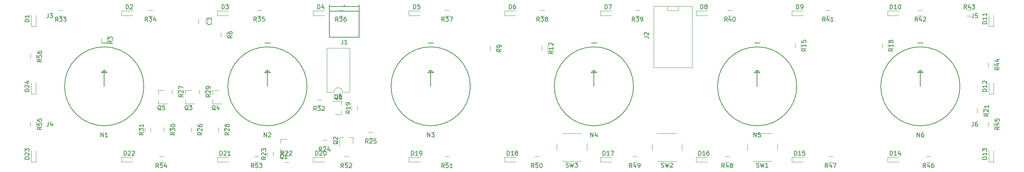
<source format=gbr>
G04 #@! TF.FileFunction,Legend,Top*
%FSLAX46Y46*%
G04 Gerber Fmt 4.6, Leading zero omitted, Abs format (unit mm)*
G04 Created by KiCad (PCBNEW 4.0.7) date Thursday, October 12, 2017 'PMt' 07:19:01 PM*
%MOMM*%
%LPD*%
G01*
G04 APERTURE LIST*
%ADD10C,0.100000*%
%ADD11C,0.120000*%
%ADD12C,0.150000*%
G04 APERTURE END LIST*
D10*
D11*
X68715000Y-22180000D02*
X69715000Y-22180000D01*
X69715000Y-23540000D02*
X68715000Y-23540000D01*
X29890000Y-28710000D02*
X29890000Y-29710000D01*
X28530000Y-29710000D02*
X28530000Y-28710000D01*
X32975000Y-29710000D02*
X32975000Y-28710000D01*
X34335000Y-28710000D02*
X34335000Y-29710000D01*
X41230000Y-20820000D02*
X41230000Y-19820000D01*
X42590000Y-19820000D02*
X42590000Y-20820000D01*
X45675000Y-29710000D02*
X45675000Y-28710000D01*
X47035000Y-28710000D02*
X47035000Y-29710000D01*
X34880000Y-20820000D02*
X34880000Y-19820000D01*
X36240000Y-19820000D02*
X36240000Y-20820000D01*
X39325000Y-29710000D02*
X39325000Y-28710000D01*
X40685000Y-28710000D02*
X40685000Y-29710000D01*
X80780000Y-29800000D02*
X81780000Y-29800000D01*
X81780000Y-31160000D02*
X80780000Y-31160000D01*
X69985000Y-31705000D02*
X70985000Y-31705000D01*
X70985000Y-33065000D02*
X69985000Y-33065000D01*
X58465000Y-34425000D02*
X58465000Y-35425000D01*
X57105000Y-35425000D02*
X57105000Y-34425000D01*
X62095000Y-36875000D02*
X61095000Y-36875000D01*
X61095000Y-35515000D02*
X62095000Y-35515000D01*
X222840000Y-25265000D02*
X222840000Y-24265000D01*
X224200000Y-24265000D02*
X224200000Y-25265000D01*
X78150000Y-23630000D02*
X78150000Y-24630000D01*
X76790000Y-24630000D02*
X76790000Y-23630000D01*
X200615000Y-10025000D02*
X200615000Y-9025000D01*
X201975000Y-9025000D02*
X201975000Y-10025000D01*
X180295000Y-10025000D02*
X180295000Y-9025000D01*
X181655000Y-9025000D02*
X181655000Y-10025000D01*
X121240000Y-10660000D02*
X121240000Y-9660000D01*
X122600000Y-9660000D02*
X122600000Y-10660000D01*
X109175000Y-10660000D02*
X109175000Y-9660000D01*
X110535000Y-9660000D02*
X110535000Y-10660000D01*
X46310000Y-7485000D02*
X46310000Y-6485000D01*
X47670000Y-6485000D02*
X47670000Y-7485000D01*
X18370000Y-8755000D02*
X18370000Y-7755000D01*
X19730000Y-7755000D02*
X19730000Y-8755000D01*
X1860000Y-12565000D02*
X1860000Y-11565000D01*
X3220000Y-11565000D02*
X3220000Y-12565000D01*
X1860000Y-28440000D02*
X1860000Y-27440000D01*
X3220000Y-27440000D02*
X3220000Y-28440000D01*
X31885000Y-35515000D02*
X32885000Y-35515000D01*
X32885000Y-36875000D02*
X31885000Y-36875000D01*
X54110000Y-35515000D02*
X55110000Y-35515000D01*
X55110000Y-36875000D02*
X54110000Y-36875000D01*
X75065000Y-35515000D02*
X76065000Y-35515000D01*
X76065000Y-36875000D02*
X75065000Y-36875000D01*
X98560000Y-35515000D02*
X99560000Y-35515000D01*
X99560000Y-36875000D02*
X98560000Y-36875000D01*
X119515000Y-35515000D02*
X120515000Y-35515000D01*
X120515000Y-36875000D02*
X119515000Y-36875000D01*
X142375000Y-35515000D02*
X143375000Y-35515000D01*
X143375000Y-36875000D02*
X142375000Y-36875000D01*
X163965000Y-35515000D02*
X164965000Y-35515000D01*
X164965000Y-36875000D02*
X163965000Y-36875000D01*
X188095000Y-35515000D02*
X189095000Y-35515000D01*
X189095000Y-36875000D02*
X188095000Y-36875000D01*
X210955000Y-35515000D02*
X211955000Y-35515000D01*
X211955000Y-36875000D02*
X210955000Y-36875000D01*
X225380000Y-28440000D02*
X225380000Y-27440000D01*
X226740000Y-27440000D02*
X226740000Y-28440000D01*
X225380000Y-14470000D02*
X225380000Y-13470000D01*
X226740000Y-13470000D02*
X226740000Y-14470000D01*
X221480000Y-2585000D02*
X220480000Y-2585000D01*
X220480000Y-1225000D02*
X221480000Y-1225000D01*
X209050000Y-1225000D02*
X210050000Y-1225000D01*
X210050000Y-2585000D02*
X209050000Y-2585000D01*
X187460000Y-1225000D02*
X188460000Y-1225000D01*
X188460000Y-2585000D02*
X187460000Y-2585000D01*
X164600000Y-1225000D02*
X165600000Y-1225000D01*
X165600000Y-2585000D02*
X164600000Y-2585000D01*
X143010000Y-1225000D02*
X144010000Y-1225000D01*
X144010000Y-2585000D02*
X143010000Y-2585000D01*
X120785000Y-1225000D02*
X121785000Y-1225000D01*
X121785000Y-2585000D02*
X120785000Y-2585000D01*
X98560000Y-1225000D02*
X99560000Y-1225000D01*
X99560000Y-2585000D02*
X98560000Y-2585000D01*
X73795000Y-1225000D02*
X74795000Y-1225000D01*
X74795000Y-2585000D02*
X73795000Y-2585000D01*
X54745000Y-1225000D02*
X55745000Y-1225000D01*
X55745000Y-2585000D02*
X54745000Y-2585000D01*
X29345000Y-1225000D02*
X30345000Y-1225000D01*
X30345000Y-2585000D02*
X29345000Y-2585000D01*
X8390000Y-1225000D02*
X9390000Y-1225000D01*
X9390000Y-2585000D02*
X8390000Y-2585000D01*
X1990000Y-20850000D02*
X3090000Y-20850000D01*
X3090000Y-20850000D02*
X3090000Y-18250000D01*
X1990000Y-20850000D02*
X1990000Y-18250000D01*
X1990000Y-36725000D02*
X3090000Y-36725000D01*
X3090000Y-36725000D02*
X3090000Y-34125000D01*
X1990000Y-36725000D02*
X1990000Y-34125000D01*
X23092000Y-35645000D02*
X23092000Y-36745000D01*
X23092000Y-36745000D02*
X25692000Y-36745000D01*
X23092000Y-35645000D02*
X25692000Y-35645000D01*
X45444000Y-35645000D02*
X45444000Y-36745000D01*
X45444000Y-36745000D02*
X48044000Y-36745000D01*
X45444000Y-35645000D02*
X48044000Y-35645000D01*
X67796000Y-35645000D02*
X67796000Y-36745000D01*
X67796000Y-36745000D02*
X70396000Y-36745000D01*
X67796000Y-35645000D02*
X70396000Y-35645000D01*
X90148000Y-35645000D02*
X90148000Y-36745000D01*
X90148000Y-36745000D02*
X92748000Y-36745000D01*
X90148000Y-35645000D02*
X92748000Y-35645000D01*
X112500000Y-35645000D02*
X112500000Y-36745000D01*
X112500000Y-36745000D02*
X115100000Y-36745000D01*
X112500000Y-35645000D02*
X115100000Y-35645000D01*
X134852000Y-35645000D02*
X134852000Y-36745000D01*
X134852000Y-36745000D02*
X137452000Y-36745000D01*
X134852000Y-35645000D02*
X137452000Y-35645000D01*
X157204000Y-35645000D02*
X157204000Y-36745000D01*
X157204000Y-36745000D02*
X159804000Y-36745000D01*
X157204000Y-35645000D02*
X159804000Y-35645000D01*
X179556000Y-35645000D02*
X179556000Y-36745000D01*
X179556000Y-36745000D02*
X182156000Y-36745000D01*
X179556000Y-35645000D02*
X182156000Y-35645000D01*
X201908000Y-35645000D02*
X201908000Y-36745000D01*
X201908000Y-36745000D02*
X204508000Y-36745000D01*
X201908000Y-35645000D02*
X204508000Y-35645000D01*
X225510000Y-36725000D02*
X226610000Y-36725000D01*
X226610000Y-36725000D02*
X226610000Y-34125000D01*
X225510000Y-36725000D02*
X225510000Y-34125000D01*
X225510000Y-20850000D02*
X226610000Y-20850000D01*
X226610000Y-20850000D02*
X226610000Y-18250000D01*
X225510000Y-20850000D02*
X225510000Y-18250000D01*
X225510000Y-4975000D02*
X226610000Y-4975000D01*
X226610000Y-4975000D02*
X226610000Y-2375000D01*
X225510000Y-4975000D02*
X225510000Y-2375000D01*
X201908000Y-1355000D02*
X201908000Y-2455000D01*
X201908000Y-2455000D02*
X204508000Y-2455000D01*
X201908000Y-1355000D02*
X204508000Y-1355000D01*
X179556000Y-1355000D02*
X179556000Y-2455000D01*
X179556000Y-2455000D02*
X182156000Y-2455000D01*
X179556000Y-1355000D02*
X182156000Y-1355000D01*
X157204000Y-1355000D02*
X157204000Y-2455000D01*
X157204000Y-2455000D02*
X159804000Y-2455000D01*
X157204000Y-1355000D02*
X159804000Y-1355000D01*
X134852000Y-1355000D02*
X134852000Y-2455000D01*
X134852000Y-2455000D02*
X137452000Y-2455000D01*
X134852000Y-1355000D02*
X137452000Y-1355000D01*
X112500000Y-1355000D02*
X112500000Y-2455000D01*
X112500000Y-2455000D02*
X115100000Y-2455000D01*
X112500000Y-1355000D02*
X115100000Y-1355000D01*
X90148000Y-1355000D02*
X90148000Y-2455000D01*
X90148000Y-2455000D02*
X92748000Y-2455000D01*
X90148000Y-1355000D02*
X92748000Y-1355000D01*
X67796000Y-1355000D02*
X67796000Y-2455000D01*
X67796000Y-2455000D02*
X70396000Y-2455000D01*
X67796000Y-1355000D02*
X70396000Y-1355000D01*
X45444000Y-1355000D02*
X45444000Y-2455000D01*
X45444000Y-2455000D02*
X48044000Y-2455000D01*
X45444000Y-1355000D02*
X48044000Y-1355000D01*
X23092000Y-1355000D02*
X23092000Y-2455000D01*
X23092000Y-2455000D02*
X25692000Y-2455000D01*
X23092000Y-1355000D02*
X25692000Y-1355000D01*
X1990000Y-4975000D02*
X3090000Y-4975000D01*
X3090000Y-4975000D02*
X3090000Y-2375000D01*
X1990000Y-4975000D02*
X1990000Y-2375000D01*
X42760000Y-4310000D02*
X42760000Y-3310000D01*
X41060000Y-3310000D02*
X41060000Y-4310000D01*
D12*
X56515000Y-8890000D02*
X57785000Y-8890000D01*
X57150000Y-19050000D02*
X57150000Y-15240000D01*
X57150000Y-15240000D02*
X56515000Y-15875000D01*
X56515000Y-15875000D02*
X57785000Y-15875000D01*
X57785000Y-15875000D02*
X57150000Y-15240000D01*
X66400000Y-19050000D02*
G75*
G03X66400000Y-19050000I-9250000J0D01*
G01*
X18415000Y-8890000D02*
X19685000Y-8890000D01*
X19050000Y-19050000D02*
X19050000Y-15240000D01*
X19050000Y-15240000D02*
X18415000Y-15875000D01*
X18415000Y-15875000D02*
X19685000Y-15875000D01*
X19685000Y-15875000D02*
X19050000Y-15240000D01*
X28300000Y-19050000D02*
G75*
G03X28300000Y-19050000I-9250000J0D01*
G01*
D11*
X130445000Y-30060000D02*
X125945000Y-30060000D01*
X131695000Y-34060000D02*
X131695000Y-32560000D01*
X125945000Y-36560000D02*
X130445000Y-36560000D01*
X124695000Y-32560000D02*
X124695000Y-34060000D01*
X152670000Y-30060000D02*
X148170000Y-30060000D01*
X153920000Y-34060000D02*
X153920000Y-32560000D01*
X148170000Y-36560000D02*
X152670000Y-36560000D01*
X146920000Y-32560000D02*
X146920000Y-34060000D01*
X174895000Y-30060000D02*
X170395000Y-30060000D01*
X176145000Y-34060000D02*
X176145000Y-32560000D01*
X170395000Y-36560000D02*
X174895000Y-36560000D01*
X169145000Y-32560000D02*
X169145000Y-34060000D01*
X74420000Y-25710000D02*
X74420000Y-24780000D01*
X74420000Y-22550000D02*
X74420000Y-23480000D01*
X74420000Y-22550000D02*
X72260000Y-22550000D01*
X74420000Y-25710000D02*
X72960000Y-25710000D01*
X31625000Y-20010000D02*
X31625000Y-20940000D01*
X31625000Y-23170000D02*
X31625000Y-22240000D01*
X31625000Y-23170000D02*
X33785000Y-23170000D01*
X31625000Y-20010000D02*
X33085000Y-20010000D01*
X44325000Y-20010000D02*
X44325000Y-20940000D01*
X44325000Y-23170000D02*
X44325000Y-22240000D01*
X44325000Y-23170000D02*
X46485000Y-23170000D01*
X44325000Y-20010000D02*
X45785000Y-20010000D01*
X37975000Y-20010000D02*
X37975000Y-20940000D01*
X37975000Y-23170000D02*
X37975000Y-22240000D01*
X37975000Y-23170000D02*
X40135000Y-23170000D01*
X37975000Y-20010000D02*
X39435000Y-20010000D01*
X77145000Y-30990000D02*
X76215000Y-30990000D01*
X73985000Y-30990000D02*
X74915000Y-30990000D01*
X73985000Y-30990000D02*
X73985000Y-33150000D01*
X77145000Y-30990000D02*
X77145000Y-32450000D01*
X60200000Y-31440000D02*
X60200000Y-32370000D01*
X60200000Y-34600000D02*
X60200000Y-33670000D01*
X60200000Y-34600000D02*
X62360000Y-34600000D01*
X60200000Y-31440000D02*
X61660000Y-31440000D01*
D12*
X208915000Y-8890000D02*
X210185000Y-8890000D01*
X209550000Y-19050000D02*
X209550000Y-15240000D01*
X209550000Y-15240000D02*
X208915000Y-15875000D01*
X208915000Y-15875000D02*
X210185000Y-15875000D01*
X210185000Y-15875000D02*
X209550000Y-15240000D01*
X218800000Y-19050000D02*
G75*
G03X218800000Y-19050000I-9250000J0D01*
G01*
X170815000Y-8890000D02*
X172085000Y-8890000D01*
X171450000Y-19050000D02*
X171450000Y-15240000D01*
X171450000Y-15240000D02*
X170815000Y-15875000D01*
X170815000Y-15875000D02*
X172085000Y-15875000D01*
X172085000Y-15875000D02*
X171450000Y-15240000D01*
X180700000Y-19050000D02*
G75*
G03X180700000Y-19050000I-9250000J0D01*
G01*
X132715000Y-8890000D02*
X133985000Y-8890000D01*
X133350000Y-19050000D02*
X133350000Y-15240000D01*
X133350000Y-15240000D02*
X132715000Y-15875000D01*
X132715000Y-15875000D02*
X133985000Y-15875000D01*
X133985000Y-15875000D02*
X133350000Y-15240000D01*
X142600000Y-19050000D02*
G75*
G03X142600000Y-19050000I-9250000J0D01*
G01*
X94615000Y-8890000D02*
X95885000Y-8890000D01*
X95250000Y-19050000D02*
X95250000Y-15240000D01*
X95250000Y-15240000D02*
X94615000Y-15875000D01*
X94615000Y-15875000D02*
X95885000Y-15875000D01*
X95885000Y-15875000D02*
X95250000Y-15240000D01*
X104500000Y-19050000D02*
G75*
G03X104500000Y-19050000I-9250000J0D01*
G01*
X75085000Y-345000D02*
X75085000Y55000D01*
X78585000Y-1445000D02*
X71585000Y-1445000D01*
X78585000Y-345000D02*
X71585000Y-345000D01*
X78585000Y-7545000D02*
X78585000Y55000D01*
X71585000Y55000D02*
X71585000Y-7545000D01*
X71585000Y-7545000D02*
X78585000Y-7545000D01*
D10*
X153035000Y-1270000D02*
X153035000Y-270000D01*
X150495000Y-1270000D02*
X150495000Y-270000D01*
X150495000Y-1270000D02*
X153035000Y-1270000D01*
X147265000Y-270000D02*
X156265000Y-270000D01*
X147265000Y-14670000D02*
X156265000Y-14670000D01*
X156265000Y-14670000D02*
X156265000Y-270000D01*
X147265000Y-14670000D02*
X147265000Y-270000D01*
D11*
X72660000Y-20380000D02*
G75*
G02X74660000Y-20380000I1000000J0D01*
G01*
X74660000Y-20380000D02*
X76310000Y-20380000D01*
X76310000Y-20380000D02*
X76310000Y-10100000D01*
X76310000Y-10100000D02*
X71010000Y-10100000D01*
X71010000Y-10100000D02*
X71010000Y-20380000D01*
X71010000Y-20380000D02*
X72660000Y-20380000D01*
D12*
X68572143Y-24762381D02*
X68238809Y-24286190D01*
X68000714Y-24762381D02*
X68000714Y-23762381D01*
X68381667Y-23762381D01*
X68476905Y-23810000D01*
X68524524Y-23857619D01*
X68572143Y-23952857D01*
X68572143Y-24095714D01*
X68524524Y-24190952D01*
X68476905Y-24238571D01*
X68381667Y-24286190D01*
X68000714Y-24286190D01*
X68905476Y-23762381D02*
X69524524Y-23762381D01*
X69191190Y-24143333D01*
X69334048Y-24143333D01*
X69429286Y-24190952D01*
X69476905Y-24238571D01*
X69524524Y-24333810D01*
X69524524Y-24571905D01*
X69476905Y-24667143D01*
X69429286Y-24714762D01*
X69334048Y-24762381D01*
X69048333Y-24762381D01*
X68953095Y-24714762D01*
X68905476Y-24667143D01*
X69905476Y-23857619D02*
X69953095Y-23810000D01*
X70048333Y-23762381D01*
X70286429Y-23762381D01*
X70381667Y-23810000D01*
X70429286Y-23857619D01*
X70476905Y-23952857D01*
X70476905Y-24048095D01*
X70429286Y-24190952D01*
X69857857Y-24762381D01*
X70476905Y-24762381D01*
X28212381Y-29852857D02*
X27736190Y-30186191D01*
X28212381Y-30424286D02*
X27212381Y-30424286D01*
X27212381Y-30043333D01*
X27260000Y-29948095D01*
X27307619Y-29900476D01*
X27402857Y-29852857D01*
X27545714Y-29852857D01*
X27640952Y-29900476D01*
X27688571Y-29948095D01*
X27736190Y-30043333D01*
X27736190Y-30424286D01*
X27212381Y-29519524D02*
X27212381Y-28900476D01*
X27593333Y-29233810D01*
X27593333Y-29090952D01*
X27640952Y-28995714D01*
X27688571Y-28948095D01*
X27783810Y-28900476D01*
X28021905Y-28900476D01*
X28117143Y-28948095D01*
X28164762Y-28995714D01*
X28212381Y-29090952D01*
X28212381Y-29376667D01*
X28164762Y-29471905D01*
X28117143Y-29519524D01*
X28212381Y-27948095D02*
X28212381Y-28519524D01*
X28212381Y-28233810D02*
X27212381Y-28233810D01*
X27355238Y-28329048D01*
X27450476Y-28424286D01*
X27498095Y-28519524D01*
X35557381Y-29852857D02*
X35081190Y-30186191D01*
X35557381Y-30424286D02*
X34557381Y-30424286D01*
X34557381Y-30043333D01*
X34605000Y-29948095D01*
X34652619Y-29900476D01*
X34747857Y-29852857D01*
X34890714Y-29852857D01*
X34985952Y-29900476D01*
X35033571Y-29948095D01*
X35081190Y-30043333D01*
X35081190Y-30424286D01*
X34557381Y-29519524D02*
X34557381Y-28900476D01*
X34938333Y-29233810D01*
X34938333Y-29090952D01*
X34985952Y-28995714D01*
X35033571Y-28948095D01*
X35128810Y-28900476D01*
X35366905Y-28900476D01*
X35462143Y-28948095D01*
X35509762Y-28995714D01*
X35557381Y-29090952D01*
X35557381Y-29376667D01*
X35509762Y-29471905D01*
X35462143Y-29519524D01*
X34557381Y-28281429D02*
X34557381Y-28186190D01*
X34605000Y-28090952D01*
X34652619Y-28043333D01*
X34747857Y-27995714D01*
X34938333Y-27948095D01*
X35176429Y-27948095D01*
X35366905Y-27995714D01*
X35462143Y-28043333D01*
X35509762Y-28090952D01*
X35557381Y-28186190D01*
X35557381Y-28281429D01*
X35509762Y-28376667D01*
X35462143Y-28424286D01*
X35366905Y-28471905D01*
X35176429Y-28519524D01*
X34938333Y-28519524D01*
X34747857Y-28471905D01*
X34652619Y-28424286D01*
X34605000Y-28376667D01*
X34557381Y-28281429D01*
X43812381Y-20962857D02*
X43336190Y-21296191D01*
X43812381Y-21534286D02*
X42812381Y-21534286D01*
X42812381Y-21153333D01*
X42860000Y-21058095D01*
X42907619Y-21010476D01*
X43002857Y-20962857D01*
X43145714Y-20962857D01*
X43240952Y-21010476D01*
X43288571Y-21058095D01*
X43336190Y-21153333D01*
X43336190Y-21534286D01*
X42907619Y-20581905D02*
X42860000Y-20534286D01*
X42812381Y-20439048D01*
X42812381Y-20200952D01*
X42860000Y-20105714D01*
X42907619Y-20058095D01*
X43002857Y-20010476D01*
X43098095Y-20010476D01*
X43240952Y-20058095D01*
X43812381Y-20629524D01*
X43812381Y-20010476D01*
X43812381Y-19534286D02*
X43812381Y-19343810D01*
X43764762Y-19248571D01*
X43717143Y-19200952D01*
X43574286Y-19105714D01*
X43383810Y-19058095D01*
X43002857Y-19058095D01*
X42907619Y-19105714D01*
X42860000Y-19153333D01*
X42812381Y-19248571D01*
X42812381Y-19439048D01*
X42860000Y-19534286D01*
X42907619Y-19581905D01*
X43002857Y-19629524D01*
X43240952Y-19629524D01*
X43336190Y-19581905D01*
X43383810Y-19534286D01*
X43431429Y-19439048D01*
X43431429Y-19248571D01*
X43383810Y-19153333D01*
X43336190Y-19105714D01*
X43240952Y-19058095D01*
X48257381Y-29852857D02*
X47781190Y-30186191D01*
X48257381Y-30424286D02*
X47257381Y-30424286D01*
X47257381Y-30043333D01*
X47305000Y-29948095D01*
X47352619Y-29900476D01*
X47447857Y-29852857D01*
X47590714Y-29852857D01*
X47685952Y-29900476D01*
X47733571Y-29948095D01*
X47781190Y-30043333D01*
X47781190Y-30424286D01*
X47352619Y-29471905D02*
X47305000Y-29424286D01*
X47257381Y-29329048D01*
X47257381Y-29090952D01*
X47305000Y-28995714D01*
X47352619Y-28948095D01*
X47447857Y-28900476D01*
X47543095Y-28900476D01*
X47685952Y-28948095D01*
X48257381Y-29519524D01*
X48257381Y-28900476D01*
X47685952Y-28329048D02*
X47638333Y-28424286D01*
X47590714Y-28471905D01*
X47495476Y-28519524D01*
X47447857Y-28519524D01*
X47352619Y-28471905D01*
X47305000Y-28424286D01*
X47257381Y-28329048D01*
X47257381Y-28138571D01*
X47305000Y-28043333D01*
X47352619Y-27995714D01*
X47447857Y-27948095D01*
X47495476Y-27948095D01*
X47590714Y-27995714D01*
X47638333Y-28043333D01*
X47685952Y-28138571D01*
X47685952Y-28329048D01*
X47733571Y-28424286D01*
X47781190Y-28471905D01*
X47876429Y-28519524D01*
X48066905Y-28519524D01*
X48162143Y-28471905D01*
X48209762Y-28424286D01*
X48257381Y-28329048D01*
X48257381Y-28138571D01*
X48209762Y-28043333D01*
X48162143Y-27995714D01*
X48066905Y-27948095D01*
X47876429Y-27948095D01*
X47781190Y-27995714D01*
X47733571Y-28043333D01*
X47685952Y-28138571D01*
X37462381Y-20962857D02*
X36986190Y-21296191D01*
X37462381Y-21534286D02*
X36462381Y-21534286D01*
X36462381Y-21153333D01*
X36510000Y-21058095D01*
X36557619Y-21010476D01*
X36652857Y-20962857D01*
X36795714Y-20962857D01*
X36890952Y-21010476D01*
X36938571Y-21058095D01*
X36986190Y-21153333D01*
X36986190Y-21534286D01*
X36557619Y-20581905D02*
X36510000Y-20534286D01*
X36462381Y-20439048D01*
X36462381Y-20200952D01*
X36510000Y-20105714D01*
X36557619Y-20058095D01*
X36652857Y-20010476D01*
X36748095Y-20010476D01*
X36890952Y-20058095D01*
X37462381Y-20629524D01*
X37462381Y-20010476D01*
X36462381Y-19677143D02*
X36462381Y-19010476D01*
X37462381Y-19439048D01*
X41907381Y-29852857D02*
X41431190Y-30186191D01*
X41907381Y-30424286D02*
X40907381Y-30424286D01*
X40907381Y-30043333D01*
X40955000Y-29948095D01*
X41002619Y-29900476D01*
X41097857Y-29852857D01*
X41240714Y-29852857D01*
X41335952Y-29900476D01*
X41383571Y-29948095D01*
X41431190Y-30043333D01*
X41431190Y-30424286D01*
X41002619Y-29471905D02*
X40955000Y-29424286D01*
X40907381Y-29329048D01*
X40907381Y-29090952D01*
X40955000Y-28995714D01*
X41002619Y-28948095D01*
X41097857Y-28900476D01*
X41193095Y-28900476D01*
X41335952Y-28948095D01*
X41907381Y-29519524D01*
X41907381Y-28900476D01*
X40907381Y-28043333D02*
X40907381Y-28233810D01*
X40955000Y-28329048D01*
X41002619Y-28376667D01*
X41145476Y-28471905D01*
X41335952Y-28519524D01*
X41716905Y-28519524D01*
X41812143Y-28471905D01*
X41859762Y-28424286D01*
X41907381Y-28329048D01*
X41907381Y-28138571D01*
X41859762Y-28043333D01*
X41812143Y-27995714D01*
X41716905Y-27948095D01*
X41478810Y-27948095D01*
X41383571Y-27995714D01*
X41335952Y-28043333D01*
X41288333Y-28138571D01*
X41288333Y-28329048D01*
X41335952Y-28424286D01*
X41383571Y-28471905D01*
X41478810Y-28519524D01*
X80637143Y-32382381D02*
X80303809Y-31906190D01*
X80065714Y-32382381D02*
X80065714Y-31382381D01*
X80446667Y-31382381D01*
X80541905Y-31430000D01*
X80589524Y-31477619D01*
X80637143Y-31572857D01*
X80637143Y-31715714D01*
X80589524Y-31810952D01*
X80541905Y-31858571D01*
X80446667Y-31906190D01*
X80065714Y-31906190D01*
X81018095Y-31477619D02*
X81065714Y-31430000D01*
X81160952Y-31382381D01*
X81399048Y-31382381D01*
X81494286Y-31430000D01*
X81541905Y-31477619D01*
X81589524Y-31572857D01*
X81589524Y-31668095D01*
X81541905Y-31810952D01*
X80970476Y-32382381D01*
X81589524Y-32382381D01*
X82494286Y-31382381D02*
X82018095Y-31382381D01*
X81970476Y-31858571D01*
X82018095Y-31810952D01*
X82113333Y-31763333D01*
X82351429Y-31763333D01*
X82446667Y-31810952D01*
X82494286Y-31858571D01*
X82541905Y-31953810D01*
X82541905Y-32191905D01*
X82494286Y-32287143D01*
X82446667Y-32334762D01*
X82351429Y-32382381D01*
X82113333Y-32382381D01*
X82018095Y-32334762D01*
X81970476Y-32287143D01*
X69842143Y-34287381D02*
X69508809Y-33811190D01*
X69270714Y-34287381D02*
X69270714Y-33287381D01*
X69651667Y-33287381D01*
X69746905Y-33335000D01*
X69794524Y-33382619D01*
X69842143Y-33477857D01*
X69842143Y-33620714D01*
X69794524Y-33715952D01*
X69746905Y-33763571D01*
X69651667Y-33811190D01*
X69270714Y-33811190D01*
X70223095Y-33382619D02*
X70270714Y-33335000D01*
X70365952Y-33287381D01*
X70604048Y-33287381D01*
X70699286Y-33335000D01*
X70746905Y-33382619D01*
X70794524Y-33477857D01*
X70794524Y-33573095D01*
X70746905Y-33715952D01*
X70175476Y-34287381D01*
X70794524Y-34287381D01*
X71651667Y-33620714D02*
X71651667Y-34287381D01*
X71413571Y-33239762D02*
X71175476Y-33954048D01*
X71794524Y-33954048D01*
X56787381Y-35567857D02*
X56311190Y-35901191D01*
X56787381Y-36139286D02*
X55787381Y-36139286D01*
X55787381Y-35758333D01*
X55835000Y-35663095D01*
X55882619Y-35615476D01*
X55977857Y-35567857D01*
X56120714Y-35567857D01*
X56215952Y-35615476D01*
X56263571Y-35663095D01*
X56311190Y-35758333D01*
X56311190Y-36139286D01*
X55882619Y-35186905D02*
X55835000Y-35139286D01*
X55787381Y-35044048D01*
X55787381Y-34805952D01*
X55835000Y-34710714D01*
X55882619Y-34663095D01*
X55977857Y-34615476D01*
X56073095Y-34615476D01*
X56215952Y-34663095D01*
X56787381Y-35234524D01*
X56787381Y-34615476D01*
X55787381Y-34282143D02*
X55787381Y-33663095D01*
X56168333Y-33996429D01*
X56168333Y-33853571D01*
X56215952Y-33758333D01*
X56263571Y-33710714D01*
X56358810Y-33663095D01*
X56596905Y-33663095D01*
X56692143Y-33710714D01*
X56739762Y-33758333D01*
X56787381Y-33853571D01*
X56787381Y-34139286D01*
X56739762Y-34234524D01*
X56692143Y-34282143D01*
X60952143Y-35197381D02*
X60618809Y-34721190D01*
X60380714Y-35197381D02*
X60380714Y-34197381D01*
X60761667Y-34197381D01*
X60856905Y-34245000D01*
X60904524Y-34292619D01*
X60952143Y-34387857D01*
X60952143Y-34530714D01*
X60904524Y-34625952D01*
X60856905Y-34673571D01*
X60761667Y-34721190D01*
X60380714Y-34721190D01*
X61333095Y-34292619D02*
X61380714Y-34245000D01*
X61475952Y-34197381D01*
X61714048Y-34197381D01*
X61809286Y-34245000D01*
X61856905Y-34292619D01*
X61904524Y-34387857D01*
X61904524Y-34483095D01*
X61856905Y-34625952D01*
X61285476Y-35197381D01*
X61904524Y-35197381D01*
X62285476Y-34292619D02*
X62333095Y-34245000D01*
X62428333Y-34197381D01*
X62666429Y-34197381D01*
X62761667Y-34245000D01*
X62809286Y-34292619D01*
X62856905Y-34387857D01*
X62856905Y-34483095D01*
X62809286Y-34625952D01*
X62237857Y-35197381D01*
X62856905Y-35197381D01*
X225422381Y-25407857D02*
X224946190Y-25741191D01*
X225422381Y-25979286D02*
X224422381Y-25979286D01*
X224422381Y-25598333D01*
X224470000Y-25503095D01*
X224517619Y-25455476D01*
X224612857Y-25407857D01*
X224755714Y-25407857D01*
X224850952Y-25455476D01*
X224898571Y-25503095D01*
X224946190Y-25598333D01*
X224946190Y-25979286D01*
X224517619Y-25026905D02*
X224470000Y-24979286D01*
X224422381Y-24884048D01*
X224422381Y-24645952D01*
X224470000Y-24550714D01*
X224517619Y-24503095D01*
X224612857Y-24455476D01*
X224708095Y-24455476D01*
X224850952Y-24503095D01*
X225422381Y-25074524D01*
X225422381Y-24455476D01*
X225422381Y-23503095D02*
X225422381Y-24074524D01*
X225422381Y-23788810D02*
X224422381Y-23788810D01*
X224565238Y-23884048D01*
X224660476Y-23979286D01*
X224708095Y-24074524D01*
X76472381Y-24772857D02*
X75996190Y-25106191D01*
X76472381Y-25344286D02*
X75472381Y-25344286D01*
X75472381Y-24963333D01*
X75520000Y-24868095D01*
X75567619Y-24820476D01*
X75662857Y-24772857D01*
X75805714Y-24772857D01*
X75900952Y-24820476D01*
X75948571Y-24868095D01*
X75996190Y-24963333D01*
X75996190Y-25344286D01*
X76472381Y-23820476D02*
X76472381Y-24391905D01*
X76472381Y-24106191D02*
X75472381Y-24106191D01*
X75615238Y-24201429D01*
X75710476Y-24296667D01*
X75758095Y-24391905D01*
X76472381Y-23344286D02*
X76472381Y-23153810D01*
X76424762Y-23058571D01*
X76377143Y-23010952D01*
X76234286Y-22915714D01*
X76043810Y-22868095D01*
X75662857Y-22868095D01*
X75567619Y-22915714D01*
X75520000Y-22963333D01*
X75472381Y-23058571D01*
X75472381Y-23249048D01*
X75520000Y-23344286D01*
X75567619Y-23391905D01*
X75662857Y-23439524D01*
X75900952Y-23439524D01*
X75996190Y-23391905D01*
X76043810Y-23344286D01*
X76091429Y-23249048D01*
X76091429Y-23058571D01*
X76043810Y-22963333D01*
X75996190Y-22915714D01*
X75900952Y-22868095D01*
X203197381Y-10167857D02*
X202721190Y-10501191D01*
X203197381Y-10739286D02*
X202197381Y-10739286D01*
X202197381Y-10358333D01*
X202245000Y-10263095D01*
X202292619Y-10215476D01*
X202387857Y-10167857D01*
X202530714Y-10167857D01*
X202625952Y-10215476D01*
X202673571Y-10263095D01*
X202721190Y-10358333D01*
X202721190Y-10739286D01*
X203197381Y-9215476D02*
X203197381Y-9786905D01*
X203197381Y-9501191D02*
X202197381Y-9501191D01*
X202340238Y-9596429D01*
X202435476Y-9691667D01*
X202483095Y-9786905D01*
X202625952Y-8644048D02*
X202578333Y-8739286D01*
X202530714Y-8786905D01*
X202435476Y-8834524D01*
X202387857Y-8834524D01*
X202292619Y-8786905D01*
X202245000Y-8739286D01*
X202197381Y-8644048D01*
X202197381Y-8453571D01*
X202245000Y-8358333D01*
X202292619Y-8310714D01*
X202387857Y-8263095D01*
X202435476Y-8263095D01*
X202530714Y-8310714D01*
X202578333Y-8358333D01*
X202625952Y-8453571D01*
X202625952Y-8644048D01*
X202673571Y-8739286D01*
X202721190Y-8786905D01*
X202816429Y-8834524D01*
X203006905Y-8834524D01*
X203102143Y-8786905D01*
X203149762Y-8739286D01*
X203197381Y-8644048D01*
X203197381Y-8453571D01*
X203149762Y-8358333D01*
X203102143Y-8310714D01*
X203006905Y-8263095D01*
X202816429Y-8263095D01*
X202721190Y-8310714D01*
X202673571Y-8358333D01*
X202625952Y-8453571D01*
X182877381Y-10167857D02*
X182401190Y-10501191D01*
X182877381Y-10739286D02*
X181877381Y-10739286D01*
X181877381Y-10358333D01*
X181925000Y-10263095D01*
X181972619Y-10215476D01*
X182067857Y-10167857D01*
X182210714Y-10167857D01*
X182305952Y-10215476D01*
X182353571Y-10263095D01*
X182401190Y-10358333D01*
X182401190Y-10739286D01*
X182877381Y-9215476D02*
X182877381Y-9786905D01*
X182877381Y-9501191D02*
X181877381Y-9501191D01*
X182020238Y-9596429D01*
X182115476Y-9691667D01*
X182163095Y-9786905D01*
X181877381Y-8310714D02*
X181877381Y-8786905D01*
X182353571Y-8834524D01*
X182305952Y-8786905D01*
X182258333Y-8691667D01*
X182258333Y-8453571D01*
X182305952Y-8358333D01*
X182353571Y-8310714D01*
X182448810Y-8263095D01*
X182686905Y-8263095D01*
X182782143Y-8310714D01*
X182829762Y-8358333D01*
X182877381Y-8453571D01*
X182877381Y-8691667D01*
X182829762Y-8786905D01*
X182782143Y-8834524D01*
X123822381Y-10802857D02*
X123346190Y-11136191D01*
X123822381Y-11374286D02*
X122822381Y-11374286D01*
X122822381Y-10993333D01*
X122870000Y-10898095D01*
X122917619Y-10850476D01*
X123012857Y-10802857D01*
X123155714Y-10802857D01*
X123250952Y-10850476D01*
X123298571Y-10898095D01*
X123346190Y-10993333D01*
X123346190Y-11374286D01*
X123822381Y-9850476D02*
X123822381Y-10421905D01*
X123822381Y-10136191D02*
X122822381Y-10136191D01*
X122965238Y-10231429D01*
X123060476Y-10326667D01*
X123108095Y-10421905D01*
X122917619Y-9469524D02*
X122870000Y-9421905D01*
X122822381Y-9326667D01*
X122822381Y-9088571D01*
X122870000Y-8993333D01*
X122917619Y-8945714D01*
X123012857Y-8898095D01*
X123108095Y-8898095D01*
X123250952Y-8945714D01*
X123822381Y-9517143D01*
X123822381Y-8898095D01*
X111757381Y-10326666D02*
X111281190Y-10660000D01*
X111757381Y-10898095D02*
X110757381Y-10898095D01*
X110757381Y-10517142D01*
X110805000Y-10421904D01*
X110852619Y-10374285D01*
X110947857Y-10326666D01*
X111090714Y-10326666D01*
X111185952Y-10374285D01*
X111233571Y-10421904D01*
X111281190Y-10517142D01*
X111281190Y-10898095D01*
X111757381Y-9850476D02*
X111757381Y-9660000D01*
X111709762Y-9564761D01*
X111662143Y-9517142D01*
X111519286Y-9421904D01*
X111328810Y-9374285D01*
X110947857Y-9374285D01*
X110852619Y-9421904D01*
X110805000Y-9469523D01*
X110757381Y-9564761D01*
X110757381Y-9755238D01*
X110805000Y-9850476D01*
X110852619Y-9898095D01*
X110947857Y-9945714D01*
X111185952Y-9945714D01*
X111281190Y-9898095D01*
X111328810Y-9850476D01*
X111376429Y-9755238D01*
X111376429Y-9564761D01*
X111328810Y-9469523D01*
X111281190Y-9421904D01*
X111185952Y-9374285D01*
X48892381Y-7151666D02*
X48416190Y-7485000D01*
X48892381Y-7723095D02*
X47892381Y-7723095D01*
X47892381Y-7342142D01*
X47940000Y-7246904D01*
X47987619Y-7199285D01*
X48082857Y-7151666D01*
X48225714Y-7151666D01*
X48320952Y-7199285D01*
X48368571Y-7246904D01*
X48416190Y-7342142D01*
X48416190Y-7723095D01*
X47892381Y-6294523D02*
X47892381Y-6485000D01*
X47940000Y-6580238D01*
X47987619Y-6627857D01*
X48130476Y-6723095D01*
X48320952Y-6770714D01*
X48701905Y-6770714D01*
X48797143Y-6723095D01*
X48844762Y-6675476D01*
X48892381Y-6580238D01*
X48892381Y-6389761D01*
X48844762Y-6294523D01*
X48797143Y-6246904D01*
X48701905Y-6199285D01*
X48463810Y-6199285D01*
X48368571Y-6246904D01*
X48320952Y-6294523D01*
X48273333Y-6389761D01*
X48273333Y-6580238D01*
X48320952Y-6675476D01*
X48368571Y-6723095D01*
X48463810Y-6770714D01*
X20952381Y-8421666D02*
X20476190Y-8755000D01*
X20952381Y-8993095D02*
X19952381Y-8993095D01*
X19952381Y-8612142D01*
X20000000Y-8516904D01*
X20047619Y-8469285D01*
X20142857Y-8421666D01*
X20285714Y-8421666D01*
X20380952Y-8469285D01*
X20428571Y-8516904D01*
X20476190Y-8612142D01*
X20476190Y-8993095D01*
X19952381Y-8088333D02*
X19952381Y-7469285D01*
X20333333Y-7802619D01*
X20333333Y-7659761D01*
X20380952Y-7564523D01*
X20428571Y-7516904D01*
X20523810Y-7469285D01*
X20761905Y-7469285D01*
X20857143Y-7516904D01*
X20904762Y-7564523D01*
X20952381Y-7659761D01*
X20952381Y-7945476D01*
X20904762Y-8040714D01*
X20857143Y-8088333D01*
X4442381Y-12707857D02*
X3966190Y-13041191D01*
X4442381Y-13279286D02*
X3442381Y-13279286D01*
X3442381Y-12898333D01*
X3490000Y-12803095D01*
X3537619Y-12755476D01*
X3632857Y-12707857D01*
X3775714Y-12707857D01*
X3870952Y-12755476D01*
X3918571Y-12803095D01*
X3966190Y-12898333D01*
X3966190Y-13279286D01*
X3442381Y-11803095D02*
X3442381Y-12279286D01*
X3918571Y-12326905D01*
X3870952Y-12279286D01*
X3823333Y-12184048D01*
X3823333Y-11945952D01*
X3870952Y-11850714D01*
X3918571Y-11803095D01*
X4013810Y-11755476D01*
X4251905Y-11755476D01*
X4347143Y-11803095D01*
X4394762Y-11850714D01*
X4442381Y-11945952D01*
X4442381Y-12184048D01*
X4394762Y-12279286D01*
X4347143Y-12326905D01*
X3442381Y-10898333D02*
X3442381Y-11088810D01*
X3490000Y-11184048D01*
X3537619Y-11231667D01*
X3680476Y-11326905D01*
X3870952Y-11374524D01*
X4251905Y-11374524D01*
X4347143Y-11326905D01*
X4394762Y-11279286D01*
X4442381Y-11184048D01*
X4442381Y-10993571D01*
X4394762Y-10898333D01*
X4347143Y-10850714D01*
X4251905Y-10803095D01*
X4013810Y-10803095D01*
X3918571Y-10850714D01*
X3870952Y-10898333D01*
X3823333Y-10993571D01*
X3823333Y-11184048D01*
X3870952Y-11279286D01*
X3918571Y-11326905D01*
X4013810Y-11374524D01*
X4442381Y-28582857D02*
X3966190Y-28916191D01*
X4442381Y-29154286D02*
X3442381Y-29154286D01*
X3442381Y-28773333D01*
X3490000Y-28678095D01*
X3537619Y-28630476D01*
X3632857Y-28582857D01*
X3775714Y-28582857D01*
X3870952Y-28630476D01*
X3918571Y-28678095D01*
X3966190Y-28773333D01*
X3966190Y-29154286D01*
X3442381Y-27678095D02*
X3442381Y-28154286D01*
X3918571Y-28201905D01*
X3870952Y-28154286D01*
X3823333Y-28059048D01*
X3823333Y-27820952D01*
X3870952Y-27725714D01*
X3918571Y-27678095D01*
X4013810Y-27630476D01*
X4251905Y-27630476D01*
X4347143Y-27678095D01*
X4394762Y-27725714D01*
X4442381Y-27820952D01*
X4442381Y-28059048D01*
X4394762Y-28154286D01*
X4347143Y-28201905D01*
X3442381Y-26725714D02*
X3442381Y-27201905D01*
X3918571Y-27249524D01*
X3870952Y-27201905D01*
X3823333Y-27106667D01*
X3823333Y-26868571D01*
X3870952Y-26773333D01*
X3918571Y-26725714D01*
X4013810Y-26678095D01*
X4251905Y-26678095D01*
X4347143Y-26725714D01*
X4394762Y-26773333D01*
X4442381Y-26868571D01*
X4442381Y-27106667D01*
X4394762Y-27201905D01*
X4347143Y-27249524D01*
X31742143Y-38097381D02*
X31408809Y-37621190D01*
X31170714Y-38097381D02*
X31170714Y-37097381D01*
X31551667Y-37097381D01*
X31646905Y-37145000D01*
X31694524Y-37192619D01*
X31742143Y-37287857D01*
X31742143Y-37430714D01*
X31694524Y-37525952D01*
X31646905Y-37573571D01*
X31551667Y-37621190D01*
X31170714Y-37621190D01*
X32646905Y-37097381D02*
X32170714Y-37097381D01*
X32123095Y-37573571D01*
X32170714Y-37525952D01*
X32265952Y-37478333D01*
X32504048Y-37478333D01*
X32599286Y-37525952D01*
X32646905Y-37573571D01*
X32694524Y-37668810D01*
X32694524Y-37906905D01*
X32646905Y-38002143D01*
X32599286Y-38049762D01*
X32504048Y-38097381D01*
X32265952Y-38097381D01*
X32170714Y-38049762D01*
X32123095Y-38002143D01*
X33551667Y-37430714D02*
X33551667Y-38097381D01*
X33313571Y-37049762D02*
X33075476Y-37764048D01*
X33694524Y-37764048D01*
X53967143Y-38097381D02*
X53633809Y-37621190D01*
X53395714Y-38097381D02*
X53395714Y-37097381D01*
X53776667Y-37097381D01*
X53871905Y-37145000D01*
X53919524Y-37192619D01*
X53967143Y-37287857D01*
X53967143Y-37430714D01*
X53919524Y-37525952D01*
X53871905Y-37573571D01*
X53776667Y-37621190D01*
X53395714Y-37621190D01*
X54871905Y-37097381D02*
X54395714Y-37097381D01*
X54348095Y-37573571D01*
X54395714Y-37525952D01*
X54490952Y-37478333D01*
X54729048Y-37478333D01*
X54824286Y-37525952D01*
X54871905Y-37573571D01*
X54919524Y-37668810D01*
X54919524Y-37906905D01*
X54871905Y-38002143D01*
X54824286Y-38049762D01*
X54729048Y-38097381D01*
X54490952Y-38097381D01*
X54395714Y-38049762D01*
X54348095Y-38002143D01*
X55252857Y-37097381D02*
X55871905Y-37097381D01*
X55538571Y-37478333D01*
X55681429Y-37478333D01*
X55776667Y-37525952D01*
X55824286Y-37573571D01*
X55871905Y-37668810D01*
X55871905Y-37906905D01*
X55824286Y-38002143D01*
X55776667Y-38049762D01*
X55681429Y-38097381D01*
X55395714Y-38097381D01*
X55300476Y-38049762D01*
X55252857Y-38002143D01*
X74922143Y-38097381D02*
X74588809Y-37621190D01*
X74350714Y-38097381D02*
X74350714Y-37097381D01*
X74731667Y-37097381D01*
X74826905Y-37145000D01*
X74874524Y-37192619D01*
X74922143Y-37287857D01*
X74922143Y-37430714D01*
X74874524Y-37525952D01*
X74826905Y-37573571D01*
X74731667Y-37621190D01*
X74350714Y-37621190D01*
X75826905Y-37097381D02*
X75350714Y-37097381D01*
X75303095Y-37573571D01*
X75350714Y-37525952D01*
X75445952Y-37478333D01*
X75684048Y-37478333D01*
X75779286Y-37525952D01*
X75826905Y-37573571D01*
X75874524Y-37668810D01*
X75874524Y-37906905D01*
X75826905Y-38002143D01*
X75779286Y-38049762D01*
X75684048Y-38097381D01*
X75445952Y-38097381D01*
X75350714Y-38049762D01*
X75303095Y-38002143D01*
X76255476Y-37192619D02*
X76303095Y-37145000D01*
X76398333Y-37097381D01*
X76636429Y-37097381D01*
X76731667Y-37145000D01*
X76779286Y-37192619D01*
X76826905Y-37287857D01*
X76826905Y-37383095D01*
X76779286Y-37525952D01*
X76207857Y-38097381D01*
X76826905Y-38097381D01*
X98417143Y-38097381D02*
X98083809Y-37621190D01*
X97845714Y-38097381D02*
X97845714Y-37097381D01*
X98226667Y-37097381D01*
X98321905Y-37145000D01*
X98369524Y-37192619D01*
X98417143Y-37287857D01*
X98417143Y-37430714D01*
X98369524Y-37525952D01*
X98321905Y-37573571D01*
X98226667Y-37621190D01*
X97845714Y-37621190D01*
X99321905Y-37097381D02*
X98845714Y-37097381D01*
X98798095Y-37573571D01*
X98845714Y-37525952D01*
X98940952Y-37478333D01*
X99179048Y-37478333D01*
X99274286Y-37525952D01*
X99321905Y-37573571D01*
X99369524Y-37668810D01*
X99369524Y-37906905D01*
X99321905Y-38002143D01*
X99274286Y-38049762D01*
X99179048Y-38097381D01*
X98940952Y-38097381D01*
X98845714Y-38049762D01*
X98798095Y-38002143D01*
X100321905Y-38097381D02*
X99750476Y-38097381D01*
X100036190Y-38097381D02*
X100036190Y-37097381D01*
X99940952Y-37240238D01*
X99845714Y-37335476D01*
X99750476Y-37383095D01*
X119372143Y-38097381D02*
X119038809Y-37621190D01*
X118800714Y-38097381D02*
X118800714Y-37097381D01*
X119181667Y-37097381D01*
X119276905Y-37145000D01*
X119324524Y-37192619D01*
X119372143Y-37287857D01*
X119372143Y-37430714D01*
X119324524Y-37525952D01*
X119276905Y-37573571D01*
X119181667Y-37621190D01*
X118800714Y-37621190D01*
X120276905Y-37097381D02*
X119800714Y-37097381D01*
X119753095Y-37573571D01*
X119800714Y-37525952D01*
X119895952Y-37478333D01*
X120134048Y-37478333D01*
X120229286Y-37525952D01*
X120276905Y-37573571D01*
X120324524Y-37668810D01*
X120324524Y-37906905D01*
X120276905Y-38002143D01*
X120229286Y-38049762D01*
X120134048Y-38097381D01*
X119895952Y-38097381D01*
X119800714Y-38049762D01*
X119753095Y-38002143D01*
X120943571Y-37097381D02*
X121038810Y-37097381D01*
X121134048Y-37145000D01*
X121181667Y-37192619D01*
X121229286Y-37287857D01*
X121276905Y-37478333D01*
X121276905Y-37716429D01*
X121229286Y-37906905D01*
X121181667Y-38002143D01*
X121134048Y-38049762D01*
X121038810Y-38097381D01*
X120943571Y-38097381D01*
X120848333Y-38049762D01*
X120800714Y-38002143D01*
X120753095Y-37906905D01*
X120705476Y-37716429D01*
X120705476Y-37478333D01*
X120753095Y-37287857D01*
X120800714Y-37192619D01*
X120848333Y-37145000D01*
X120943571Y-37097381D01*
X142232143Y-38097381D02*
X141898809Y-37621190D01*
X141660714Y-38097381D02*
X141660714Y-37097381D01*
X142041667Y-37097381D01*
X142136905Y-37145000D01*
X142184524Y-37192619D01*
X142232143Y-37287857D01*
X142232143Y-37430714D01*
X142184524Y-37525952D01*
X142136905Y-37573571D01*
X142041667Y-37621190D01*
X141660714Y-37621190D01*
X143089286Y-37430714D02*
X143089286Y-38097381D01*
X142851190Y-37049762D02*
X142613095Y-37764048D01*
X143232143Y-37764048D01*
X143660714Y-38097381D02*
X143851190Y-38097381D01*
X143946429Y-38049762D01*
X143994048Y-38002143D01*
X144089286Y-37859286D01*
X144136905Y-37668810D01*
X144136905Y-37287857D01*
X144089286Y-37192619D01*
X144041667Y-37145000D01*
X143946429Y-37097381D01*
X143755952Y-37097381D01*
X143660714Y-37145000D01*
X143613095Y-37192619D01*
X143565476Y-37287857D01*
X143565476Y-37525952D01*
X143613095Y-37621190D01*
X143660714Y-37668810D01*
X143755952Y-37716429D01*
X143946429Y-37716429D01*
X144041667Y-37668810D01*
X144089286Y-37621190D01*
X144136905Y-37525952D01*
X163822143Y-38097381D02*
X163488809Y-37621190D01*
X163250714Y-38097381D02*
X163250714Y-37097381D01*
X163631667Y-37097381D01*
X163726905Y-37145000D01*
X163774524Y-37192619D01*
X163822143Y-37287857D01*
X163822143Y-37430714D01*
X163774524Y-37525952D01*
X163726905Y-37573571D01*
X163631667Y-37621190D01*
X163250714Y-37621190D01*
X164679286Y-37430714D02*
X164679286Y-38097381D01*
X164441190Y-37049762D02*
X164203095Y-37764048D01*
X164822143Y-37764048D01*
X165345952Y-37525952D02*
X165250714Y-37478333D01*
X165203095Y-37430714D01*
X165155476Y-37335476D01*
X165155476Y-37287857D01*
X165203095Y-37192619D01*
X165250714Y-37145000D01*
X165345952Y-37097381D01*
X165536429Y-37097381D01*
X165631667Y-37145000D01*
X165679286Y-37192619D01*
X165726905Y-37287857D01*
X165726905Y-37335476D01*
X165679286Y-37430714D01*
X165631667Y-37478333D01*
X165536429Y-37525952D01*
X165345952Y-37525952D01*
X165250714Y-37573571D01*
X165203095Y-37621190D01*
X165155476Y-37716429D01*
X165155476Y-37906905D01*
X165203095Y-38002143D01*
X165250714Y-38049762D01*
X165345952Y-38097381D01*
X165536429Y-38097381D01*
X165631667Y-38049762D01*
X165679286Y-38002143D01*
X165726905Y-37906905D01*
X165726905Y-37716429D01*
X165679286Y-37621190D01*
X165631667Y-37573571D01*
X165536429Y-37525952D01*
X187952143Y-38097381D02*
X187618809Y-37621190D01*
X187380714Y-38097381D02*
X187380714Y-37097381D01*
X187761667Y-37097381D01*
X187856905Y-37145000D01*
X187904524Y-37192619D01*
X187952143Y-37287857D01*
X187952143Y-37430714D01*
X187904524Y-37525952D01*
X187856905Y-37573571D01*
X187761667Y-37621190D01*
X187380714Y-37621190D01*
X188809286Y-37430714D02*
X188809286Y-38097381D01*
X188571190Y-37049762D02*
X188333095Y-37764048D01*
X188952143Y-37764048D01*
X189237857Y-37097381D02*
X189904524Y-37097381D01*
X189475952Y-38097381D01*
X210812143Y-38097381D02*
X210478809Y-37621190D01*
X210240714Y-38097381D02*
X210240714Y-37097381D01*
X210621667Y-37097381D01*
X210716905Y-37145000D01*
X210764524Y-37192619D01*
X210812143Y-37287857D01*
X210812143Y-37430714D01*
X210764524Y-37525952D01*
X210716905Y-37573571D01*
X210621667Y-37621190D01*
X210240714Y-37621190D01*
X211669286Y-37430714D02*
X211669286Y-38097381D01*
X211431190Y-37049762D02*
X211193095Y-37764048D01*
X211812143Y-37764048D01*
X212621667Y-37097381D02*
X212431190Y-37097381D01*
X212335952Y-37145000D01*
X212288333Y-37192619D01*
X212193095Y-37335476D01*
X212145476Y-37525952D01*
X212145476Y-37906905D01*
X212193095Y-38002143D01*
X212240714Y-38049762D01*
X212335952Y-38097381D01*
X212526429Y-38097381D01*
X212621667Y-38049762D01*
X212669286Y-38002143D01*
X212716905Y-37906905D01*
X212716905Y-37668810D01*
X212669286Y-37573571D01*
X212621667Y-37525952D01*
X212526429Y-37478333D01*
X212335952Y-37478333D01*
X212240714Y-37525952D01*
X212193095Y-37573571D01*
X212145476Y-37668810D01*
X227962381Y-28582857D02*
X227486190Y-28916191D01*
X227962381Y-29154286D02*
X226962381Y-29154286D01*
X226962381Y-28773333D01*
X227010000Y-28678095D01*
X227057619Y-28630476D01*
X227152857Y-28582857D01*
X227295714Y-28582857D01*
X227390952Y-28630476D01*
X227438571Y-28678095D01*
X227486190Y-28773333D01*
X227486190Y-29154286D01*
X227295714Y-27725714D02*
X227962381Y-27725714D01*
X226914762Y-27963810D02*
X227629048Y-28201905D01*
X227629048Y-27582857D01*
X226962381Y-26725714D02*
X226962381Y-27201905D01*
X227438571Y-27249524D01*
X227390952Y-27201905D01*
X227343333Y-27106667D01*
X227343333Y-26868571D01*
X227390952Y-26773333D01*
X227438571Y-26725714D01*
X227533810Y-26678095D01*
X227771905Y-26678095D01*
X227867143Y-26725714D01*
X227914762Y-26773333D01*
X227962381Y-26868571D01*
X227962381Y-27106667D01*
X227914762Y-27201905D01*
X227867143Y-27249524D01*
X227962381Y-14612857D02*
X227486190Y-14946191D01*
X227962381Y-15184286D02*
X226962381Y-15184286D01*
X226962381Y-14803333D01*
X227010000Y-14708095D01*
X227057619Y-14660476D01*
X227152857Y-14612857D01*
X227295714Y-14612857D01*
X227390952Y-14660476D01*
X227438571Y-14708095D01*
X227486190Y-14803333D01*
X227486190Y-15184286D01*
X227295714Y-13755714D02*
X227962381Y-13755714D01*
X226914762Y-13993810D02*
X227629048Y-14231905D01*
X227629048Y-13612857D01*
X227295714Y-12803333D02*
X227962381Y-12803333D01*
X226914762Y-13041429D02*
X227629048Y-13279524D01*
X227629048Y-12660476D01*
X220337143Y-907381D02*
X220003809Y-431190D01*
X219765714Y-907381D02*
X219765714Y92619D01*
X220146667Y92619D01*
X220241905Y45000D01*
X220289524Y-2619D01*
X220337143Y-97857D01*
X220337143Y-240714D01*
X220289524Y-335952D01*
X220241905Y-383571D01*
X220146667Y-431190D01*
X219765714Y-431190D01*
X221194286Y-240714D02*
X221194286Y-907381D01*
X220956190Y140238D02*
X220718095Y-574048D01*
X221337143Y-574048D01*
X221622857Y92619D02*
X222241905Y92619D01*
X221908571Y-288333D01*
X222051429Y-288333D01*
X222146667Y-335952D01*
X222194286Y-383571D01*
X222241905Y-478810D01*
X222241905Y-716905D01*
X222194286Y-812143D01*
X222146667Y-859762D01*
X222051429Y-907381D01*
X221765714Y-907381D01*
X221670476Y-859762D01*
X221622857Y-812143D01*
X208907143Y-3807381D02*
X208573809Y-3331190D01*
X208335714Y-3807381D02*
X208335714Y-2807381D01*
X208716667Y-2807381D01*
X208811905Y-2855000D01*
X208859524Y-2902619D01*
X208907143Y-2997857D01*
X208907143Y-3140714D01*
X208859524Y-3235952D01*
X208811905Y-3283571D01*
X208716667Y-3331190D01*
X208335714Y-3331190D01*
X209764286Y-3140714D02*
X209764286Y-3807381D01*
X209526190Y-2759762D02*
X209288095Y-3474048D01*
X209907143Y-3474048D01*
X210240476Y-2902619D02*
X210288095Y-2855000D01*
X210383333Y-2807381D01*
X210621429Y-2807381D01*
X210716667Y-2855000D01*
X210764286Y-2902619D01*
X210811905Y-2997857D01*
X210811905Y-3093095D01*
X210764286Y-3235952D01*
X210192857Y-3807381D01*
X210811905Y-3807381D01*
X187317143Y-3807381D02*
X186983809Y-3331190D01*
X186745714Y-3807381D02*
X186745714Y-2807381D01*
X187126667Y-2807381D01*
X187221905Y-2855000D01*
X187269524Y-2902619D01*
X187317143Y-2997857D01*
X187317143Y-3140714D01*
X187269524Y-3235952D01*
X187221905Y-3283571D01*
X187126667Y-3331190D01*
X186745714Y-3331190D01*
X188174286Y-3140714D02*
X188174286Y-3807381D01*
X187936190Y-2759762D02*
X187698095Y-3474048D01*
X188317143Y-3474048D01*
X189221905Y-3807381D02*
X188650476Y-3807381D01*
X188936190Y-3807381D02*
X188936190Y-2807381D01*
X188840952Y-2950238D01*
X188745714Y-3045476D01*
X188650476Y-3093095D01*
X164457143Y-3807381D02*
X164123809Y-3331190D01*
X163885714Y-3807381D02*
X163885714Y-2807381D01*
X164266667Y-2807381D01*
X164361905Y-2855000D01*
X164409524Y-2902619D01*
X164457143Y-2997857D01*
X164457143Y-3140714D01*
X164409524Y-3235952D01*
X164361905Y-3283571D01*
X164266667Y-3331190D01*
X163885714Y-3331190D01*
X165314286Y-3140714D02*
X165314286Y-3807381D01*
X165076190Y-2759762D02*
X164838095Y-3474048D01*
X165457143Y-3474048D01*
X166028571Y-2807381D02*
X166123810Y-2807381D01*
X166219048Y-2855000D01*
X166266667Y-2902619D01*
X166314286Y-2997857D01*
X166361905Y-3188333D01*
X166361905Y-3426429D01*
X166314286Y-3616905D01*
X166266667Y-3712143D01*
X166219048Y-3759762D01*
X166123810Y-3807381D01*
X166028571Y-3807381D01*
X165933333Y-3759762D01*
X165885714Y-3712143D01*
X165838095Y-3616905D01*
X165790476Y-3426429D01*
X165790476Y-3188333D01*
X165838095Y-2997857D01*
X165885714Y-2902619D01*
X165933333Y-2855000D01*
X166028571Y-2807381D01*
X142867143Y-3807381D02*
X142533809Y-3331190D01*
X142295714Y-3807381D02*
X142295714Y-2807381D01*
X142676667Y-2807381D01*
X142771905Y-2855000D01*
X142819524Y-2902619D01*
X142867143Y-2997857D01*
X142867143Y-3140714D01*
X142819524Y-3235952D01*
X142771905Y-3283571D01*
X142676667Y-3331190D01*
X142295714Y-3331190D01*
X143200476Y-2807381D02*
X143819524Y-2807381D01*
X143486190Y-3188333D01*
X143629048Y-3188333D01*
X143724286Y-3235952D01*
X143771905Y-3283571D01*
X143819524Y-3378810D01*
X143819524Y-3616905D01*
X143771905Y-3712143D01*
X143724286Y-3759762D01*
X143629048Y-3807381D01*
X143343333Y-3807381D01*
X143248095Y-3759762D01*
X143200476Y-3712143D01*
X144295714Y-3807381D02*
X144486190Y-3807381D01*
X144581429Y-3759762D01*
X144629048Y-3712143D01*
X144724286Y-3569286D01*
X144771905Y-3378810D01*
X144771905Y-2997857D01*
X144724286Y-2902619D01*
X144676667Y-2855000D01*
X144581429Y-2807381D01*
X144390952Y-2807381D01*
X144295714Y-2855000D01*
X144248095Y-2902619D01*
X144200476Y-2997857D01*
X144200476Y-3235952D01*
X144248095Y-3331190D01*
X144295714Y-3378810D01*
X144390952Y-3426429D01*
X144581429Y-3426429D01*
X144676667Y-3378810D01*
X144724286Y-3331190D01*
X144771905Y-3235952D01*
X120642143Y-3807381D02*
X120308809Y-3331190D01*
X120070714Y-3807381D02*
X120070714Y-2807381D01*
X120451667Y-2807381D01*
X120546905Y-2855000D01*
X120594524Y-2902619D01*
X120642143Y-2997857D01*
X120642143Y-3140714D01*
X120594524Y-3235952D01*
X120546905Y-3283571D01*
X120451667Y-3331190D01*
X120070714Y-3331190D01*
X120975476Y-2807381D02*
X121594524Y-2807381D01*
X121261190Y-3188333D01*
X121404048Y-3188333D01*
X121499286Y-3235952D01*
X121546905Y-3283571D01*
X121594524Y-3378810D01*
X121594524Y-3616905D01*
X121546905Y-3712143D01*
X121499286Y-3759762D01*
X121404048Y-3807381D01*
X121118333Y-3807381D01*
X121023095Y-3759762D01*
X120975476Y-3712143D01*
X122165952Y-3235952D02*
X122070714Y-3188333D01*
X122023095Y-3140714D01*
X121975476Y-3045476D01*
X121975476Y-2997857D01*
X122023095Y-2902619D01*
X122070714Y-2855000D01*
X122165952Y-2807381D01*
X122356429Y-2807381D01*
X122451667Y-2855000D01*
X122499286Y-2902619D01*
X122546905Y-2997857D01*
X122546905Y-3045476D01*
X122499286Y-3140714D01*
X122451667Y-3188333D01*
X122356429Y-3235952D01*
X122165952Y-3235952D01*
X122070714Y-3283571D01*
X122023095Y-3331190D01*
X121975476Y-3426429D01*
X121975476Y-3616905D01*
X122023095Y-3712143D01*
X122070714Y-3759762D01*
X122165952Y-3807381D01*
X122356429Y-3807381D01*
X122451667Y-3759762D01*
X122499286Y-3712143D01*
X122546905Y-3616905D01*
X122546905Y-3426429D01*
X122499286Y-3331190D01*
X122451667Y-3283571D01*
X122356429Y-3235952D01*
X98417143Y-3807381D02*
X98083809Y-3331190D01*
X97845714Y-3807381D02*
X97845714Y-2807381D01*
X98226667Y-2807381D01*
X98321905Y-2855000D01*
X98369524Y-2902619D01*
X98417143Y-2997857D01*
X98417143Y-3140714D01*
X98369524Y-3235952D01*
X98321905Y-3283571D01*
X98226667Y-3331190D01*
X97845714Y-3331190D01*
X98750476Y-2807381D02*
X99369524Y-2807381D01*
X99036190Y-3188333D01*
X99179048Y-3188333D01*
X99274286Y-3235952D01*
X99321905Y-3283571D01*
X99369524Y-3378810D01*
X99369524Y-3616905D01*
X99321905Y-3712143D01*
X99274286Y-3759762D01*
X99179048Y-3807381D01*
X98893333Y-3807381D01*
X98798095Y-3759762D01*
X98750476Y-3712143D01*
X99702857Y-2807381D02*
X100369524Y-2807381D01*
X99940952Y-3807381D01*
X73652143Y-3807381D02*
X73318809Y-3331190D01*
X73080714Y-3807381D02*
X73080714Y-2807381D01*
X73461667Y-2807381D01*
X73556905Y-2855000D01*
X73604524Y-2902619D01*
X73652143Y-2997857D01*
X73652143Y-3140714D01*
X73604524Y-3235952D01*
X73556905Y-3283571D01*
X73461667Y-3331190D01*
X73080714Y-3331190D01*
X73985476Y-2807381D02*
X74604524Y-2807381D01*
X74271190Y-3188333D01*
X74414048Y-3188333D01*
X74509286Y-3235952D01*
X74556905Y-3283571D01*
X74604524Y-3378810D01*
X74604524Y-3616905D01*
X74556905Y-3712143D01*
X74509286Y-3759762D01*
X74414048Y-3807381D01*
X74128333Y-3807381D01*
X74033095Y-3759762D01*
X73985476Y-3712143D01*
X75461667Y-2807381D02*
X75271190Y-2807381D01*
X75175952Y-2855000D01*
X75128333Y-2902619D01*
X75033095Y-3045476D01*
X74985476Y-3235952D01*
X74985476Y-3616905D01*
X75033095Y-3712143D01*
X75080714Y-3759762D01*
X75175952Y-3807381D01*
X75366429Y-3807381D01*
X75461667Y-3759762D01*
X75509286Y-3712143D01*
X75556905Y-3616905D01*
X75556905Y-3378810D01*
X75509286Y-3283571D01*
X75461667Y-3235952D01*
X75366429Y-3188333D01*
X75175952Y-3188333D01*
X75080714Y-3235952D01*
X75033095Y-3283571D01*
X74985476Y-3378810D01*
X54602143Y-3807381D02*
X54268809Y-3331190D01*
X54030714Y-3807381D02*
X54030714Y-2807381D01*
X54411667Y-2807381D01*
X54506905Y-2855000D01*
X54554524Y-2902619D01*
X54602143Y-2997857D01*
X54602143Y-3140714D01*
X54554524Y-3235952D01*
X54506905Y-3283571D01*
X54411667Y-3331190D01*
X54030714Y-3331190D01*
X54935476Y-2807381D02*
X55554524Y-2807381D01*
X55221190Y-3188333D01*
X55364048Y-3188333D01*
X55459286Y-3235952D01*
X55506905Y-3283571D01*
X55554524Y-3378810D01*
X55554524Y-3616905D01*
X55506905Y-3712143D01*
X55459286Y-3759762D01*
X55364048Y-3807381D01*
X55078333Y-3807381D01*
X54983095Y-3759762D01*
X54935476Y-3712143D01*
X56459286Y-2807381D02*
X55983095Y-2807381D01*
X55935476Y-3283571D01*
X55983095Y-3235952D01*
X56078333Y-3188333D01*
X56316429Y-3188333D01*
X56411667Y-3235952D01*
X56459286Y-3283571D01*
X56506905Y-3378810D01*
X56506905Y-3616905D01*
X56459286Y-3712143D01*
X56411667Y-3759762D01*
X56316429Y-3807381D01*
X56078333Y-3807381D01*
X55983095Y-3759762D01*
X55935476Y-3712143D01*
X29202143Y-3807381D02*
X28868809Y-3331190D01*
X28630714Y-3807381D02*
X28630714Y-2807381D01*
X29011667Y-2807381D01*
X29106905Y-2855000D01*
X29154524Y-2902619D01*
X29202143Y-2997857D01*
X29202143Y-3140714D01*
X29154524Y-3235952D01*
X29106905Y-3283571D01*
X29011667Y-3331190D01*
X28630714Y-3331190D01*
X29535476Y-2807381D02*
X30154524Y-2807381D01*
X29821190Y-3188333D01*
X29964048Y-3188333D01*
X30059286Y-3235952D01*
X30106905Y-3283571D01*
X30154524Y-3378810D01*
X30154524Y-3616905D01*
X30106905Y-3712143D01*
X30059286Y-3759762D01*
X29964048Y-3807381D01*
X29678333Y-3807381D01*
X29583095Y-3759762D01*
X29535476Y-3712143D01*
X31011667Y-3140714D02*
X31011667Y-3807381D01*
X30773571Y-2759762D02*
X30535476Y-3474048D01*
X31154524Y-3474048D01*
X8247143Y-3807381D02*
X7913809Y-3331190D01*
X7675714Y-3807381D02*
X7675714Y-2807381D01*
X8056667Y-2807381D01*
X8151905Y-2855000D01*
X8199524Y-2902619D01*
X8247143Y-2997857D01*
X8247143Y-3140714D01*
X8199524Y-3235952D01*
X8151905Y-3283571D01*
X8056667Y-3331190D01*
X7675714Y-3331190D01*
X8580476Y-2807381D02*
X9199524Y-2807381D01*
X8866190Y-3188333D01*
X9009048Y-3188333D01*
X9104286Y-3235952D01*
X9151905Y-3283571D01*
X9199524Y-3378810D01*
X9199524Y-3616905D01*
X9151905Y-3712143D01*
X9104286Y-3759762D01*
X9009048Y-3807381D01*
X8723333Y-3807381D01*
X8628095Y-3759762D01*
X8580476Y-3712143D01*
X9532857Y-2807381D02*
X10151905Y-2807381D01*
X9818571Y-3188333D01*
X9961429Y-3188333D01*
X10056667Y-3235952D01*
X10104286Y-3283571D01*
X10151905Y-3378810D01*
X10151905Y-3616905D01*
X10104286Y-3712143D01*
X10056667Y-3759762D01*
X9961429Y-3807381D01*
X9675714Y-3807381D01*
X9580476Y-3759762D01*
X9532857Y-3712143D01*
X1542381Y-20264286D02*
X542381Y-20264286D01*
X542381Y-20026191D01*
X590000Y-19883333D01*
X685238Y-19788095D01*
X780476Y-19740476D01*
X970952Y-19692857D01*
X1113810Y-19692857D01*
X1304286Y-19740476D01*
X1399524Y-19788095D01*
X1494762Y-19883333D01*
X1542381Y-20026191D01*
X1542381Y-20264286D01*
X637619Y-19311905D02*
X590000Y-19264286D01*
X542381Y-19169048D01*
X542381Y-18930952D01*
X590000Y-18835714D01*
X637619Y-18788095D01*
X732857Y-18740476D01*
X828095Y-18740476D01*
X970952Y-18788095D01*
X1542381Y-19359524D01*
X1542381Y-18740476D01*
X875714Y-17883333D02*
X1542381Y-17883333D01*
X494762Y-18121429D02*
X1209048Y-18359524D01*
X1209048Y-17740476D01*
X1542381Y-36139286D02*
X542381Y-36139286D01*
X542381Y-35901191D01*
X590000Y-35758333D01*
X685238Y-35663095D01*
X780476Y-35615476D01*
X970952Y-35567857D01*
X1113810Y-35567857D01*
X1304286Y-35615476D01*
X1399524Y-35663095D01*
X1494762Y-35758333D01*
X1542381Y-35901191D01*
X1542381Y-36139286D01*
X637619Y-35186905D02*
X590000Y-35139286D01*
X542381Y-35044048D01*
X542381Y-34805952D01*
X590000Y-34710714D01*
X637619Y-34663095D01*
X732857Y-34615476D01*
X828095Y-34615476D01*
X970952Y-34663095D01*
X1542381Y-35234524D01*
X1542381Y-34615476D01*
X542381Y-34282143D02*
X542381Y-33663095D01*
X923333Y-33996429D01*
X923333Y-33853571D01*
X970952Y-33758333D01*
X1018571Y-33710714D01*
X1113810Y-33663095D01*
X1351905Y-33663095D01*
X1447143Y-33710714D01*
X1494762Y-33758333D01*
X1542381Y-33853571D01*
X1542381Y-34139286D01*
X1494762Y-34234524D01*
X1447143Y-34282143D01*
X23677714Y-35197381D02*
X23677714Y-34197381D01*
X23915809Y-34197381D01*
X24058667Y-34245000D01*
X24153905Y-34340238D01*
X24201524Y-34435476D01*
X24249143Y-34625952D01*
X24249143Y-34768810D01*
X24201524Y-34959286D01*
X24153905Y-35054524D01*
X24058667Y-35149762D01*
X23915809Y-35197381D01*
X23677714Y-35197381D01*
X24630095Y-34292619D02*
X24677714Y-34245000D01*
X24772952Y-34197381D01*
X25011048Y-34197381D01*
X25106286Y-34245000D01*
X25153905Y-34292619D01*
X25201524Y-34387857D01*
X25201524Y-34483095D01*
X25153905Y-34625952D01*
X24582476Y-35197381D01*
X25201524Y-35197381D01*
X25582476Y-34292619D02*
X25630095Y-34245000D01*
X25725333Y-34197381D01*
X25963429Y-34197381D01*
X26058667Y-34245000D01*
X26106286Y-34292619D01*
X26153905Y-34387857D01*
X26153905Y-34483095D01*
X26106286Y-34625952D01*
X25534857Y-35197381D01*
X26153905Y-35197381D01*
X46029714Y-35197381D02*
X46029714Y-34197381D01*
X46267809Y-34197381D01*
X46410667Y-34245000D01*
X46505905Y-34340238D01*
X46553524Y-34435476D01*
X46601143Y-34625952D01*
X46601143Y-34768810D01*
X46553524Y-34959286D01*
X46505905Y-35054524D01*
X46410667Y-35149762D01*
X46267809Y-35197381D01*
X46029714Y-35197381D01*
X46982095Y-34292619D02*
X47029714Y-34245000D01*
X47124952Y-34197381D01*
X47363048Y-34197381D01*
X47458286Y-34245000D01*
X47505905Y-34292619D01*
X47553524Y-34387857D01*
X47553524Y-34483095D01*
X47505905Y-34625952D01*
X46934476Y-35197381D01*
X47553524Y-35197381D01*
X48505905Y-35197381D02*
X47934476Y-35197381D01*
X48220190Y-35197381D02*
X48220190Y-34197381D01*
X48124952Y-34340238D01*
X48029714Y-34435476D01*
X47934476Y-34483095D01*
X68381714Y-35197381D02*
X68381714Y-34197381D01*
X68619809Y-34197381D01*
X68762667Y-34245000D01*
X68857905Y-34340238D01*
X68905524Y-34435476D01*
X68953143Y-34625952D01*
X68953143Y-34768810D01*
X68905524Y-34959286D01*
X68857905Y-35054524D01*
X68762667Y-35149762D01*
X68619809Y-35197381D01*
X68381714Y-35197381D01*
X69334095Y-34292619D02*
X69381714Y-34245000D01*
X69476952Y-34197381D01*
X69715048Y-34197381D01*
X69810286Y-34245000D01*
X69857905Y-34292619D01*
X69905524Y-34387857D01*
X69905524Y-34483095D01*
X69857905Y-34625952D01*
X69286476Y-35197381D01*
X69905524Y-35197381D01*
X70524571Y-34197381D02*
X70619810Y-34197381D01*
X70715048Y-34245000D01*
X70762667Y-34292619D01*
X70810286Y-34387857D01*
X70857905Y-34578333D01*
X70857905Y-34816429D01*
X70810286Y-35006905D01*
X70762667Y-35102143D01*
X70715048Y-35149762D01*
X70619810Y-35197381D01*
X70524571Y-35197381D01*
X70429333Y-35149762D01*
X70381714Y-35102143D01*
X70334095Y-35006905D01*
X70286476Y-34816429D01*
X70286476Y-34578333D01*
X70334095Y-34387857D01*
X70381714Y-34292619D01*
X70429333Y-34245000D01*
X70524571Y-34197381D01*
X90733714Y-35197381D02*
X90733714Y-34197381D01*
X90971809Y-34197381D01*
X91114667Y-34245000D01*
X91209905Y-34340238D01*
X91257524Y-34435476D01*
X91305143Y-34625952D01*
X91305143Y-34768810D01*
X91257524Y-34959286D01*
X91209905Y-35054524D01*
X91114667Y-35149762D01*
X90971809Y-35197381D01*
X90733714Y-35197381D01*
X92257524Y-35197381D02*
X91686095Y-35197381D01*
X91971809Y-35197381D02*
X91971809Y-34197381D01*
X91876571Y-34340238D01*
X91781333Y-34435476D01*
X91686095Y-34483095D01*
X92733714Y-35197381D02*
X92924190Y-35197381D01*
X93019429Y-35149762D01*
X93067048Y-35102143D01*
X93162286Y-34959286D01*
X93209905Y-34768810D01*
X93209905Y-34387857D01*
X93162286Y-34292619D01*
X93114667Y-34245000D01*
X93019429Y-34197381D01*
X92828952Y-34197381D01*
X92733714Y-34245000D01*
X92686095Y-34292619D01*
X92638476Y-34387857D01*
X92638476Y-34625952D01*
X92686095Y-34721190D01*
X92733714Y-34768810D01*
X92828952Y-34816429D01*
X93019429Y-34816429D01*
X93114667Y-34768810D01*
X93162286Y-34721190D01*
X93209905Y-34625952D01*
X113085714Y-35197381D02*
X113085714Y-34197381D01*
X113323809Y-34197381D01*
X113466667Y-34245000D01*
X113561905Y-34340238D01*
X113609524Y-34435476D01*
X113657143Y-34625952D01*
X113657143Y-34768810D01*
X113609524Y-34959286D01*
X113561905Y-35054524D01*
X113466667Y-35149762D01*
X113323809Y-35197381D01*
X113085714Y-35197381D01*
X114609524Y-35197381D02*
X114038095Y-35197381D01*
X114323809Y-35197381D02*
X114323809Y-34197381D01*
X114228571Y-34340238D01*
X114133333Y-34435476D01*
X114038095Y-34483095D01*
X115180952Y-34625952D02*
X115085714Y-34578333D01*
X115038095Y-34530714D01*
X114990476Y-34435476D01*
X114990476Y-34387857D01*
X115038095Y-34292619D01*
X115085714Y-34245000D01*
X115180952Y-34197381D01*
X115371429Y-34197381D01*
X115466667Y-34245000D01*
X115514286Y-34292619D01*
X115561905Y-34387857D01*
X115561905Y-34435476D01*
X115514286Y-34530714D01*
X115466667Y-34578333D01*
X115371429Y-34625952D01*
X115180952Y-34625952D01*
X115085714Y-34673571D01*
X115038095Y-34721190D01*
X114990476Y-34816429D01*
X114990476Y-35006905D01*
X115038095Y-35102143D01*
X115085714Y-35149762D01*
X115180952Y-35197381D01*
X115371429Y-35197381D01*
X115466667Y-35149762D01*
X115514286Y-35102143D01*
X115561905Y-35006905D01*
X115561905Y-34816429D01*
X115514286Y-34721190D01*
X115466667Y-34673571D01*
X115371429Y-34625952D01*
X135437714Y-35197381D02*
X135437714Y-34197381D01*
X135675809Y-34197381D01*
X135818667Y-34245000D01*
X135913905Y-34340238D01*
X135961524Y-34435476D01*
X136009143Y-34625952D01*
X136009143Y-34768810D01*
X135961524Y-34959286D01*
X135913905Y-35054524D01*
X135818667Y-35149762D01*
X135675809Y-35197381D01*
X135437714Y-35197381D01*
X136961524Y-35197381D02*
X136390095Y-35197381D01*
X136675809Y-35197381D02*
X136675809Y-34197381D01*
X136580571Y-34340238D01*
X136485333Y-34435476D01*
X136390095Y-34483095D01*
X137294857Y-34197381D02*
X137961524Y-34197381D01*
X137532952Y-35197381D01*
X157789714Y-35197381D02*
X157789714Y-34197381D01*
X158027809Y-34197381D01*
X158170667Y-34245000D01*
X158265905Y-34340238D01*
X158313524Y-34435476D01*
X158361143Y-34625952D01*
X158361143Y-34768810D01*
X158313524Y-34959286D01*
X158265905Y-35054524D01*
X158170667Y-35149762D01*
X158027809Y-35197381D01*
X157789714Y-35197381D01*
X159313524Y-35197381D02*
X158742095Y-35197381D01*
X159027809Y-35197381D02*
X159027809Y-34197381D01*
X158932571Y-34340238D01*
X158837333Y-34435476D01*
X158742095Y-34483095D01*
X160170667Y-34197381D02*
X159980190Y-34197381D01*
X159884952Y-34245000D01*
X159837333Y-34292619D01*
X159742095Y-34435476D01*
X159694476Y-34625952D01*
X159694476Y-35006905D01*
X159742095Y-35102143D01*
X159789714Y-35149762D01*
X159884952Y-35197381D01*
X160075429Y-35197381D01*
X160170667Y-35149762D01*
X160218286Y-35102143D01*
X160265905Y-35006905D01*
X160265905Y-34768810D01*
X160218286Y-34673571D01*
X160170667Y-34625952D01*
X160075429Y-34578333D01*
X159884952Y-34578333D01*
X159789714Y-34625952D01*
X159742095Y-34673571D01*
X159694476Y-34768810D01*
X180141714Y-35197381D02*
X180141714Y-34197381D01*
X180379809Y-34197381D01*
X180522667Y-34245000D01*
X180617905Y-34340238D01*
X180665524Y-34435476D01*
X180713143Y-34625952D01*
X180713143Y-34768810D01*
X180665524Y-34959286D01*
X180617905Y-35054524D01*
X180522667Y-35149762D01*
X180379809Y-35197381D01*
X180141714Y-35197381D01*
X181665524Y-35197381D02*
X181094095Y-35197381D01*
X181379809Y-35197381D02*
X181379809Y-34197381D01*
X181284571Y-34340238D01*
X181189333Y-34435476D01*
X181094095Y-34483095D01*
X182570286Y-34197381D02*
X182094095Y-34197381D01*
X182046476Y-34673571D01*
X182094095Y-34625952D01*
X182189333Y-34578333D01*
X182427429Y-34578333D01*
X182522667Y-34625952D01*
X182570286Y-34673571D01*
X182617905Y-34768810D01*
X182617905Y-35006905D01*
X182570286Y-35102143D01*
X182522667Y-35149762D01*
X182427429Y-35197381D01*
X182189333Y-35197381D01*
X182094095Y-35149762D01*
X182046476Y-35102143D01*
X202493714Y-35197381D02*
X202493714Y-34197381D01*
X202731809Y-34197381D01*
X202874667Y-34245000D01*
X202969905Y-34340238D01*
X203017524Y-34435476D01*
X203065143Y-34625952D01*
X203065143Y-34768810D01*
X203017524Y-34959286D01*
X202969905Y-35054524D01*
X202874667Y-35149762D01*
X202731809Y-35197381D01*
X202493714Y-35197381D01*
X204017524Y-35197381D02*
X203446095Y-35197381D01*
X203731809Y-35197381D02*
X203731809Y-34197381D01*
X203636571Y-34340238D01*
X203541333Y-34435476D01*
X203446095Y-34483095D01*
X204874667Y-34530714D02*
X204874667Y-35197381D01*
X204636571Y-34149762D02*
X204398476Y-34864048D01*
X205017524Y-34864048D01*
X225062381Y-36139286D02*
X224062381Y-36139286D01*
X224062381Y-35901191D01*
X224110000Y-35758333D01*
X224205238Y-35663095D01*
X224300476Y-35615476D01*
X224490952Y-35567857D01*
X224633810Y-35567857D01*
X224824286Y-35615476D01*
X224919524Y-35663095D01*
X225014762Y-35758333D01*
X225062381Y-35901191D01*
X225062381Y-36139286D01*
X225062381Y-34615476D02*
X225062381Y-35186905D01*
X225062381Y-34901191D02*
X224062381Y-34901191D01*
X224205238Y-34996429D01*
X224300476Y-35091667D01*
X224348095Y-35186905D01*
X224062381Y-34282143D02*
X224062381Y-33663095D01*
X224443333Y-33996429D01*
X224443333Y-33853571D01*
X224490952Y-33758333D01*
X224538571Y-33710714D01*
X224633810Y-33663095D01*
X224871905Y-33663095D01*
X224967143Y-33710714D01*
X225014762Y-33758333D01*
X225062381Y-33853571D01*
X225062381Y-34139286D01*
X225014762Y-34234524D01*
X224967143Y-34282143D01*
X225062381Y-20264286D02*
X224062381Y-20264286D01*
X224062381Y-20026191D01*
X224110000Y-19883333D01*
X224205238Y-19788095D01*
X224300476Y-19740476D01*
X224490952Y-19692857D01*
X224633810Y-19692857D01*
X224824286Y-19740476D01*
X224919524Y-19788095D01*
X225014762Y-19883333D01*
X225062381Y-20026191D01*
X225062381Y-20264286D01*
X225062381Y-18740476D02*
X225062381Y-19311905D01*
X225062381Y-19026191D02*
X224062381Y-19026191D01*
X224205238Y-19121429D01*
X224300476Y-19216667D01*
X224348095Y-19311905D01*
X224157619Y-18359524D02*
X224110000Y-18311905D01*
X224062381Y-18216667D01*
X224062381Y-17978571D01*
X224110000Y-17883333D01*
X224157619Y-17835714D01*
X224252857Y-17788095D01*
X224348095Y-17788095D01*
X224490952Y-17835714D01*
X225062381Y-18407143D01*
X225062381Y-17788095D01*
X225062381Y-4389286D02*
X224062381Y-4389286D01*
X224062381Y-4151191D01*
X224110000Y-4008333D01*
X224205238Y-3913095D01*
X224300476Y-3865476D01*
X224490952Y-3817857D01*
X224633810Y-3817857D01*
X224824286Y-3865476D01*
X224919524Y-3913095D01*
X225014762Y-4008333D01*
X225062381Y-4151191D01*
X225062381Y-4389286D01*
X225062381Y-2865476D02*
X225062381Y-3436905D01*
X225062381Y-3151191D02*
X224062381Y-3151191D01*
X224205238Y-3246429D01*
X224300476Y-3341667D01*
X224348095Y-3436905D01*
X225062381Y-1913095D02*
X225062381Y-2484524D01*
X225062381Y-2198810D02*
X224062381Y-2198810D01*
X224205238Y-2294048D01*
X224300476Y-2389286D01*
X224348095Y-2484524D01*
X202493714Y-907381D02*
X202493714Y92619D01*
X202731809Y92619D01*
X202874667Y45000D01*
X202969905Y-50238D01*
X203017524Y-145476D01*
X203065143Y-335952D01*
X203065143Y-478810D01*
X203017524Y-669286D01*
X202969905Y-764524D01*
X202874667Y-859762D01*
X202731809Y-907381D01*
X202493714Y-907381D01*
X204017524Y-907381D02*
X203446095Y-907381D01*
X203731809Y-907381D02*
X203731809Y92619D01*
X203636571Y-50238D01*
X203541333Y-145476D01*
X203446095Y-193095D01*
X204636571Y92619D02*
X204731810Y92619D01*
X204827048Y45000D01*
X204874667Y-2619D01*
X204922286Y-97857D01*
X204969905Y-288333D01*
X204969905Y-526429D01*
X204922286Y-716905D01*
X204874667Y-812143D01*
X204827048Y-859762D01*
X204731810Y-907381D01*
X204636571Y-907381D01*
X204541333Y-859762D01*
X204493714Y-812143D01*
X204446095Y-716905D01*
X204398476Y-526429D01*
X204398476Y-288333D01*
X204446095Y-97857D01*
X204493714Y-2619D01*
X204541333Y45000D01*
X204636571Y92619D01*
X180617905Y-907381D02*
X180617905Y92619D01*
X180856000Y92619D01*
X180998858Y45000D01*
X181094096Y-50238D01*
X181141715Y-145476D01*
X181189334Y-335952D01*
X181189334Y-478810D01*
X181141715Y-669286D01*
X181094096Y-764524D01*
X180998858Y-859762D01*
X180856000Y-907381D01*
X180617905Y-907381D01*
X181665524Y-907381D02*
X181856000Y-907381D01*
X181951239Y-859762D01*
X181998858Y-812143D01*
X182094096Y-669286D01*
X182141715Y-478810D01*
X182141715Y-97857D01*
X182094096Y-2619D01*
X182046477Y45000D01*
X181951239Y92619D01*
X181760762Y92619D01*
X181665524Y45000D01*
X181617905Y-2619D01*
X181570286Y-97857D01*
X181570286Y-335952D01*
X181617905Y-431190D01*
X181665524Y-478810D01*
X181760762Y-526429D01*
X181951239Y-526429D01*
X182046477Y-478810D01*
X182094096Y-431190D01*
X182141715Y-335952D01*
X158265905Y-907381D02*
X158265905Y92619D01*
X158504000Y92619D01*
X158646858Y45000D01*
X158742096Y-50238D01*
X158789715Y-145476D01*
X158837334Y-335952D01*
X158837334Y-478810D01*
X158789715Y-669286D01*
X158742096Y-764524D01*
X158646858Y-859762D01*
X158504000Y-907381D01*
X158265905Y-907381D01*
X159408762Y-335952D02*
X159313524Y-288333D01*
X159265905Y-240714D01*
X159218286Y-145476D01*
X159218286Y-97857D01*
X159265905Y-2619D01*
X159313524Y45000D01*
X159408762Y92619D01*
X159599239Y92619D01*
X159694477Y45000D01*
X159742096Y-2619D01*
X159789715Y-97857D01*
X159789715Y-145476D01*
X159742096Y-240714D01*
X159694477Y-288333D01*
X159599239Y-335952D01*
X159408762Y-335952D01*
X159313524Y-383571D01*
X159265905Y-431190D01*
X159218286Y-526429D01*
X159218286Y-716905D01*
X159265905Y-812143D01*
X159313524Y-859762D01*
X159408762Y-907381D01*
X159599239Y-907381D01*
X159694477Y-859762D01*
X159742096Y-812143D01*
X159789715Y-716905D01*
X159789715Y-526429D01*
X159742096Y-431190D01*
X159694477Y-383571D01*
X159599239Y-335952D01*
X135913905Y-907381D02*
X135913905Y92619D01*
X136152000Y92619D01*
X136294858Y45000D01*
X136390096Y-50238D01*
X136437715Y-145476D01*
X136485334Y-335952D01*
X136485334Y-478810D01*
X136437715Y-669286D01*
X136390096Y-764524D01*
X136294858Y-859762D01*
X136152000Y-907381D01*
X135913905Y-907381D01*
X136818667Y92619D02*
X137485334Y92619D01*
X137056762Y-907381D01*
X113561905Y-907381D02*
X113561905Y92619D01*
X113800000Y92619D01*
X113942858Y45000D01*
X114038096Y-50238D01*
X114085715Y-145476D01*
X114133334Y-335952D01*
X114133334Y-478810D01*
X114085715Y-669286D01*
X114038096Y-764524D01*
X113942858Y-859762D01*
X113800000Y-907381D01*
X113561905Y-907381D01*
X114990477Y92619D02*
X114800000Y92619D01*
X114704762Y45000D01*
X114657143Y-2619D01*
X114561905Y-145476D01*
X114514286Y-335952D01*
X114514286Y-716905D01*
X114561905Y-812143D01*
X114609524Y-859762D01*
X114704762Y-907381D01*
X114895239Y-907381D01*
X114990477Y-859762D01*
X115038096Y-812143D01*
X115085715Y-716905D01*
X115085715Y-478810D01*
X115038096Y-383571D01*
X114990477Y-335952D01*
X114895239Y-288333D01*
X114704762Y-288333D01*
X114609524Y-335952D01*
X114561905Y-383571D01*
X114514286Y-478810D01*
X91209905Y-907381D02*
X91209905Y92619D01*
X91448000Y92619D01*
X91590858Y45000D01*
X91686096Y-50238D01*
X91733715Y-145476D01*
X91781334Y-335952D01*
X91781334Y-478810D01*
X91733715Y-669286D01*
X91686096Y-764524D01*
X91590858Y-859762D01*
X91448000Y-907381D01*
X91209905Y-907381D01*
X92686096Y92619D02*
X92209905Y92619D01*
X92162286Y-383571D01*
X92209905Y-335952D01*
X92305143Y-288333D01*
X92543239Y-288333D01*
X92638477Y-335952D01*
X92686096Y-383571D01*
X92733715Y-478810D01*
X92733715Y-716905D01*
X92686096Y-812143D01*
X92638477Y-859762D01*
X92543239Y-907381D01*
X92305143Y-907381D01*
X92209905Y-859762D01*
X92162286Y-812143D01*
X68857905Y-907381D02*
X68857905Y92619D01*
X69096000Y92619D01*
X69238858Y45000D01*
X69334096Y-50238D01*
X69381715Y-145476D01*
X69429334Y-335952D01*
X69429334Y-478810D01*
X69381715Y-669286D01*
X69334096Y-764524D01*
X69238858Y-859762D01*
X69096000Y-907381D01*
X68857905Y-907381D01*
X70286477Y-240714D02*
X70286477Y-907381D01*
X70048381Y140238D02*
X69810286Y-574048D01*
X70429334Y-574048D01*
X46505905Y-907381D02*
X46505905Y92619D01*
X46744000Y92619D01*
X46886858Y45000D01*
X46982096Y-50238D01*
X47029715Y-145476D01*
X47077334Y-335952D01*
X47077334Y-478810D01*
X47029715Y-669286D01*
X46982096Y-764524D01*
X46886858Y-859762D01*
X46744000Y-907381D01*
X46505905Y-907381D01*
X47410667Y92619D02*
X48029715Y92619D01*
X47696381Y-288333D01*
X47839239Y-288333D01*
X47934477Y-335952D01*
X47982096Y-383571D01*
X48029715Y-478810D01*
X48029715Y-716905D01*
X47982096Y-812143D01*
X47934477Y-859762D01*
X47839239Y-907381D01*
X47553524Y-907381D01*
X47458286Y-859762D01*
X47410667Y-812143D01*
X24153905Y-907381D02*
X24153905Y92619D01*
X24392000Y92619D01*
X24534858Y45000D01*
X24630096Y-50238D01*
X24677715Y-145476D01*
X24725334Y-335952D01*
X24725334Y-478810D01*
X24677715Y-669286D01*
X24630096Y-764524D01*
X24534858Y-859762D01*
X24392000Y-907381D01*
X24153905Y-907381D01*
X25106286Y-2619D02*
X25153905Y45000D01*
X25249143Y92619D01*
X25487239Y92619D01*
X25582477Y45000D01*
X25630096Y-2619D01*
X25677715Y-97857D01*
X25677715Y-193095D01*
X25630096Y-335952D01*
X25058667Y-907381D01*
X25677715Y-907381D01*
X1542381Y-3913095D02*
X542381Y-3913095D01*
X542381Y-3675000D01*
X590000Y-3532142D01*
X685238Y-3436904D01*
X780476Y-3389285D01*
X970952Y-3341666D01*
X1113810Y-3341666D01*
X1304286Y-3389285D01*
X1399524Y-3436904D01*
X1494762Y-3532142D01*
X1542381Y-3675000D01*
X1542381Y-3913095D01*
X1542381Y-2389285D02*
X1542381Y-2960714D01*
X1542381Y-2675000D02*
X542381Y-2675000D01*
X685238Y-2770238D01*
X780476Y-2865476D01*
X828095Y-2960714D01*
X44017143Y-3976666D02*
X44064762Y-4024285D01*
X44112381Y-4167142D01*
X44112381Y-4262380D01*
X44064762Y-4405238D01*
X43969524Y-4500476D01*
X43874286Y-4548095D01*
X43683810Y-4595714D01*
X43540952Y-4595714D01*
X43350476Y-4548095D01*
X43255238Y-4500476D01*
X43160000Y-4405238D01*
X43112381Y-4262380D01*
X43112381Y-4167142D01*
X43160000Y-4024285D01*
X43207619Y-3976666D01*
X43112381Y-3643333D02*
X43112381Y-3024285D01*
X43493333Y-3357619D01*
X43493333Y-3214761D01*
X43540952Y-3119523D01*
X43588571Y-3071904D01*
X43683810Y-3024285D01*
X43921905Y-3024285D01*
X44017143Y-3071904D01*
X44064762Y-3119523D01*
X44112381Y-3214761D01*
X44112381Y-3500476D01*
X44064762Y-3595714D01*
X44017143Y-3643333D01*
X56388095Y-30932381D02*
X56388095Y-29932381D01*
X56959524Y-30932381D01*
X56959524Y-29932381D01*
X57388095Y-30027619D02*
X57435714Y-29980000D01*
X57530952Y-29932381D01*
X57769048Y-29932381D01*
X57864286Y-29980000D01*
X57911905Y-30027619D01*
X57959524Y-30122857D01*
X57959524Y-30218095D01*
X57911905Y-30360952D01*
X57340476Y-30932381D01*
X57959524Y-30932381D01*
X18288095Y-30932381D02*
X18288095Y-29932381D01*
X18859524Y-30932381D01*
X18859524Y-29932381D01*
X19859524Y-30932381D02*
X19288095Y-30932381D01*
X19573809Y-30932381D02*
X19573809Y-29932381D01*
X19478571Y-30075238D01*
X19383333Y-30170476D01*
X19288095Y-30218095D01*
X126861667Y-37964762D02*
X127004524Y-38012381D01*
X127242620Y-38012381D01*
X127337858Y-37964762D01*
X127385477Y-37917143D01*
X127433096Y-37821905D01*
X127433096Y-37726667D01*
X127385477Y-37631429D01*
X127337858Y-37583810D01*
X127242620Y-37536190D01*
X127052143Y-37488571D01*
X126956905Y-37440952D01*
X126909286Y-37393333D01*
X126861667Y-37298095D01*
X126861667Y-37202857D01*
X126909286Y-37107619D01*
X126956905Y-37060000D01*
X127052143Y-37012381D01*
X127290239Y-37012381D01*
X127433096Y-37060000D01*
X127766429Y-37012381D02*
X128004524Y-38012381D01*
X128195001Y-37298095D01*
X128385477Y-38012381D01*
X128623572Y-37012381D01*
X128909286Y-37012381D02*
X129528334Y-37012381D01*
X129195000Y-37393333D01*
X129337858Y-37393333D01*
X129433096Y-37440952D01*
X129480715Y-37488571D01*
X129528334Y-37583810D01*
X129528334Y-37821905D01*
X129480715Y-37917143D01*
X129433096Y-37964762D01*
X129337858Y-38012381D01*
X129052143Y-38012381D01*
X128956905Y-37964762D01*
X128909286Y-37917143D01*
X149086667Y-37964762D02*
X149229524Y-38012381D01*
X149467620Y-38012381D01*
X149562858Y-37964762D01*
X149610477Y-37917143D01*
X149658096Y-37821905D01*
X149658096Y-37726667D01*
X149610477Y-37631429D01*
X149562858Y-37583810D01*
X149467620Y-37536190D01*
X149277143Y-37488571D01*
X149181905Y-37440952D01*
X149134286Y-37393333D01*
X149086667Y-37298095D01*
X149086667Y-37202857D01*
X149134286Y-37107619D01*
X149181905Y-37060000D01*
X149277143Y-37012381D01*
X149515239Y-37012381D01*
X149658096Y-37060000D01*
X149991429Y-37012381D02*
X150229524Y-38012381D01*
X150420001Y-37298095D01*
X150610477Y-38012381D01*
X150848572Y-37012381D01*
X151181905Y-37107619D02*
X151229524Y-37060000D01*
X151324762Y-37012381D01*
X151562858Y-37012381D01*
X151658096Y-37060000D01*
X151705715Y-37107619D01*
X151753334Y-37202857D01*
X151753334Y-37298095D01*
X151705715Y-37440952D01*
X151134286Y-38012381D01*
X151753334Y-38012381D01*
X171311667Y-37964762D02*
X171454524Y-38012381D01*
X171692620Y-38012381D01*
X171787858Y-37964762D01*
X171835477Y-37917143D01*
X171883096Y-37821905D01*
X171883096Y-37726667D01*
X171835477Y-37631429D01*
X171787858Y-37583810D01*
X171692620Y-37536190D01*
X171502143Y-37488571D01*
X171406905Y-37440952D01*
X171359286Y-37393333D01*
X171311667Y-37298095D01*
X171311667Y-37202857D01*
X171359286Y-37107619D01*
X171406905Y-37060000D01*
X171502143Y-37012381D01*
X171740239Y-37012381D01*
X171883096Y-37060000D01*
X172216429Y-37012381D02*
X172454524Y-38012381D01*
X172645001Y-37298095D01*
X172835477Y-38012381D01*
X173073572Y-37012381D01*
X173978334Y-38012381D02*
X173406905Y-38012381D01*
X173692619Y-38012381D02*
X173692619Y-37012381D01*
X173597381Y-37155238D01*
X173502143Y-37250476D01*
X173406905Y-37298095D01*
X73564762Y-22177619D02*
X73469524Y-22130000D01*
X73374286Y-22034762D01*
X73231429Y-21891905D01*
X73136190Y-21844286D01*
X73040952Y-21844286D01*
X73088571Y-22082381D02*
X72993333Y-22034762D01*
X72898095Y-21939524D01*
X72850476Y-21749048D01*
X72850476Y-21415714D01*
X72898095Y-21225238D01*
X72993333Y-21130000D01*
X73088571Y-21082381D01*
X73279048Y-21082381D01*
X73374286Y-21130000D01*
X73469524Y-21225238D01*
X73517143Y-21415714D01*
X73517143Y-21749048D01*
X73469524Y-21939524D01*
X73374286Y-22034762D01*
X73279048Y-22082381D01*
X73088571Y-22082381D01*
X74374286Y-21082381D02*
X74183809Y-21082381D01*
X74088571Y-21130000D01*
X74040952Y-21177619D01*
X73945714Y-21320476D01*
X73898095Y-21510952D01*
X73898095Y-21891905D01*
X73945714Y-21987143D01*
X73993333Y-22034762D01*
X74088571Y-22082381D01*
X74279048Y-22082381D01*
X74374286Y-22034762D01*
X74421905Y-21987143D01*
X74469524Y-21891905D01*
X74469524Y-21653810D01*
X74421905Y-21558571D01*
X74374286Y-21510952D01*
X74279048Y-21463333D01*
X74088571Y-21463333D01*
X73993333Y-21510952D01*
X73945714Y-21558571D01*
X73898095Y-21653810D01*
X32289762Y-24637619D02*
X32194524Y-24590000D01*
X32099286Y-24494762D01*
X31956429Y-24351905D01*
X31861190Y-24304286D01*
X31765952Y-24304286D01*
X31813571Y-24542381D02*
X31718333Y-24494762D01*
X31623095Y-24399524D01*
X31575476Y-24209048D01*
X31575476Y-23875714D01*
X31623095Y-23685238D01*
X31718333Y-23590000D01*
X31813571Y-23542381D01*
X32004048Y-23542381D01*
X32099286Y-23590000D01*
X32194524Y-23685238D01*
X32242143Y-23875714D01*
X32242143Y-24209048D01*
X32194524Y-24399524D01*
X32099286Y-24494762D01*
X32004048Y-24542381D01*
X31813571Y-24542381D01*
X33146905Y-23542381D02*
X32670714Y-23542381D01*
X32623095Y-24018571D01*
X32670714Y-23970952D01*
X32765952Y-23923333D01*
X33004048Y-23923333D01*
X33099286Y-23970952D01*
X33146905Y-24018571D01*
X33194524Y-24113810D01*
X33194524Y-24351905D01*
X33146905Y-24447143D01*
X33099286Y-24494762D01*
X33004048Y-24542381D01*
X32765952Y-24542381D01*
X32670714Y-24494762D01*
X32623095Y-24447143D01*
X44989762Y-24637619D02*
X44894524Y-24590000D01*
X44799286Y-24494762D01*
X44656429Y-24351905D01*
X44561190Y-24304286D01*
X44465952Y-24304286D01*
X44513571Y-24542381D02*
X44418333Y-24494762D01*
X44323095Y-24399524D01*
X44275476Y-24209048D01*
X44275476Y-23875714D01*
X44323095Y-23685238D01*
X44418333Y-23590000D01*
X44513571Y-23542381D01*
X44704048Y-23542381D01*
X44799286Y-23590000D01*
X44894524Y-23685238D01*
X44942143Y-23875714D01*
X44942143Y-24209048D01*
X44894524Y-24399524D01*
X44799286Y-24494762D01*
X44704048Y-24542381D01*
X44513571Y-24542381D01*
X45799286Y-23875714D02*
X45799286Y-24542381D01*
X45561190Y-23494762D02*
X45323095Y-24209048D01*
X45942143Y-24209048D01*
X38639762Y-24637619D02*
X38544524Y-24590000D01*
X38449286Y-24494762D01*
X38306429Y-24351905D01*
X38211190Y-24304286D01*
X38115952Y-24304286D01*
X38163571Y-24542381D02*
X38068333Y-24494762D01*
X37973095Y-24399524D01*
X37925476Y-24209048D01*
X37925476Y-23875714D01*
X37973095Y-23685238D01*
X38068333Y-23590000D01*
X38163571Y-23542381D01*
X38354048Y-23542381D01*
X38449286Y-23590000D01*
X38544524Y-23685238D01*
X38592143Y-23875714D01*
X38592143Y-24209048D01*
X38544524Y-24399524D01*
X38449286Y-24494762D01*
X38354048Y-24542381D01*
X38163571Y-24542381D01*
X38925476Y-23542381D02*
X39544524Y-23542381D01*
X39211190Y-23923333D01*
X39354048Y-23923333D01*
X39449286Y-23970952D01*
X39496905Y-24018571D01*
X39544524Y-24113810D01*
X39544524Y-24351905D01*
X39496905Y-24447143D01*
X39449286Y-24494762D01*
X39354048Y-24542381D01*
X39068333Y-24542381D01*
X38973095Y-24494762D01*
X38925476Y-24447143D01*
X73612619Y-31845238D02*
X73565000Y-31940476D01*
X73469762Y-32035714D01*
X73326905Y-32178571D01*
X73279286Y-32273810D01*
X73279286Y-32369048D01*
X73517381Y-32321429D02*
X73469762Y-32416667D01*
X73374524Y-32511905D01*
X73184048Y-32559524D01*
X72850714Y-32559524D01*
X72660238Y-32511905D01*
X72565000Y-32416667D01*
X72517381Y-32321429D01*
X72517381Y-32130952D01*
X72565000Y-32035714D01*
X72660238Y-31940476D01*
X72850714Y-31892857D01*
X73184048Y-31892857D01*
X73374524Y-31940476D01*
X73469762Y-32035714D01*
X73517381Y-32130952D01*
X73517381Y-32321429D01*
X72612619Y-31511905D02*
X72565000Y-31464286D01*
X72517381Y-31369048D01*
X72517381Y-31130952D01*
X72565000Y-31035714D01*
X72612619Y-30988095D01*
X72707857Y-30940476D01*
X72803095Y-30940476D01*
X72945952Y-30988095D01*
X73517381Y-31559524D01*
X73517381Y-30940476D01*
X60864762Y-36067619D02*
X60769524Y-36020000D01*
X60674286Y-35924762D01*
X60531429Y-35781905D01*
X60436190Y-35734286D01*
X60340952Y-35734286D01*
X60388571Y-35972381D02*
X60293333Y-35924762D01*
X60198095Y-35829524D01*
X60150476Y-35639048D01*
X60150476Y-35305714D01*
X60198095Y-35115238D01*
X60293333Y-35020000D01*
X60388571Y-34972381D01*
X60579048Y-34972381D01*
X60674286Y-35020000D01*
X60769524Y-35115238D01*
X60817143Y-35305714D01*
X60817143Y-35639048D01*
X60769524Y-35829524D01*
X60674286Y-35924762D01*
X60579048Y-35972381D01*
X60388571Y-35972381D01*
X61769524Y-35972381D02*
X61198095Y-35972381D01*
X61483809Y-35972381D02*
X61483809Y-34972381D01*
X61388571Y-35115238D01*
X61293333Y-35210476D01*
X61198095Y-35258095D01*
X208788095Y-30932381D02*
X208788095Y-29932381D01*
X209359524Y-30932381D01*
X209359524Y-29932381D01*
X210264286Y-29932381D02*
X210073809Y-29932381D01*
X209978571Y-29980000D01*
X209930952Y-30027619D01*
X209835714Y-30170476D01*
X209788095Y-30360952D01*
X209788095Y-30741905D01*
X209835714Y-30837143D01*
X209883333Y-30884762D01*
X209978571Y-30932381D01*
X210169048Y-30932381D01*
X210264286Y-30884762D01*
X210311905Y-30837143D01*
X210359524Y-30741905D01*
X210359524Y-30503810D01*
X210311905Y-30408571D01*
X210264286Y-30360952D01*
X210169048Y-30313333D01*
X209978571Y-30313333D01*
X209883333Y-30360952D01*
X209835714Y-30408571D01*
X209788095Y-30503810D01*
X170688095Y-30932381D02*
X170688095Y-29932381D01*
X171259524Y-30932381D01*
X171259524Y-29932381D01*
X172211905Y-29932381D02*
X171735714Y-29932381D01*
X171688095Y-30408571D01*
X171735714Y-30360952D01*
X171830952Y-30313333D01*
X172069048Y-30313333D01*
X172164286Y-30360952D01*
X172211905Y-30408571D01*
X172259524Y-30503810D01*
X172259524Y-30741905D01*
X172211905Y-30837143D01*
X172164286Y-30884762D01*
X172069048Y-30932381D01*
X171830952Y-30932381D01*
X171735714Y-30884762D01*
X171688095Y-30837143D01*
X132588095Y-30932381D02*
X132588095Y-29932381D01*
X133159524Y-30932381D01*
X133159524Y-29932381D01*
X134064286Y-30265714D02*
X134064286Y-30932381D01*
X133826190Y-29884762D02*
X133588095Y-30599048D01*
X134207143Y-30599048D01*
X94488095Y-30932381D02*
X94488095Y-29932381D01*
X95059524Y-30932381D01*
X95059524Y-29932381D01*
X95440476Y-29932381D02*
X96059524Y-29932381D01*
X95726190Y-30313333D01*
X95869048Y-30313333D01*
X95964286Y-30360952D01*
X96011905Y-30408571D01*
X96059524Y-30503810D01*
X96059524Y-30741905D01*
X96011905Y-30837143D01*
X95964286Y-30884762D01*
X95869048Y-30932381D01*
X95583333Y-30932381D01*
X95488095Y-30884762D01*
X95440476Y-30837143D01*
X74751667Y-8197381D02*
X74751667Y-8911667D01*
X74704047Y-9054524D01*
X74608809Y-9149762D01*
X74465952Y-9197381D01*
X74370714Y-9197381D01*
X75751667Y-9197381D02*
X75180238Y-9197381D01*
X75465952Y-9197381D02*
X75465952Y-8197381D01*
X75370714Y-8340238D01*
X75275476Y-8435476D01*
X75180238Y-8483095D01*
X145121381Y-7445333D02*
X145835667Y-7445333D01*
X145978524Y-7492953D01*
X146073762Y-7588191D01*
X146121381Y-7731048D01*
X146121381Y-7826286D01*
X145216619Y-7016762D02*
X145169000Y-6969143D01*
X145121381Y-6873905D01*
X145121381Y-6635809D01*
X145169000Y-6540571D01*
X145216619Y-6492952D01*
X145311857Y-6445333D01*
X145407095Y-6445333D01*
X145549952Y-6492952D01*
X146121381Y-7064381D01*
X146121381Y-6445333D01*
X72898095Y-20832381D02*
X72898095Y-21641905D01*
X72945714Y-21737143D01*
X72993333Y-21784762D01*
X73088571Y-21832381D01*
X73279048Y-21832381D01*
X73374286Y-21784762D01*
X73421905Y-21737143D01*
X73469524Y-21641905D01*
X73469524Y-20832381D01*
X74421905Y-20832381D02*
X73945714Y-20832381D01*
X73898095Y-21308571D01*
X73945714Y-21260952D01*
X74040952Y-21213333D01*
X74279048Y-21213333D01*
X74374286Y-21260952D01*
X74421905Y-21308571D01*
X74469524Y-21403810D01*
X74469524Y-21641905D01*
X74421905Y-21737143D01*
X74374286Y-21784762D01*
X74279048Y-21832381D01*
X74040952Y-21832381D01*
X73945714Y-21784762D01*
X73898095Y-21737143D01*
X6016667Y-2002381D02*
X6016667Y-2716667D01*
X5969047Y-2859524D01*
X5873809Y-2954762D01*
X5730952Y-3002381D01*
X5635714Y-3002381D01*
X6397619Y-2002381D02*
X7016667Y-2002381D01*
X6683333Y-2383333D01*
X6826191Y-2383333D01*
X6921429Y-2430952D01*
X6969048Y-2478571D01*
X7016667Y-2573810D01*
X7016667Y-2811905D01*
X6969048Y-2907143D01*
X6921429Y-2954762D01*
X6826191Y-3002381D01*
X6540476Y-3002381D01*
X6445238Y-2954762D01*
X6397619Y-2907143D01*
X6016667Y-27402381D02*
X6016667Y-28116667D01*
X5969047Y-28259524D01*
X5873809Y-28354762D01*
X5730952Y-28402381D01*
X5635714Y-28402381D01*
X6921429Y-27735714D02*
X6921429Y-28402381D01*
X6683333Y-27354762D02*
X6445238Y-28069048D01*
X7064286Y-28069048D01*
X221916667Y-2002381D02*
X221916667Y-2716667D01*
X221869047Y-2859524D01*
X221773809Y-2954762D01*
X221630952Y-3002381D01*
X221535714Y-3002381D01*
X222869048Y-2002381D02*
X222392857Y-2002381D01*
X222345238Y-2478571D01*
X222392857Y-2430952D01*
X222488095Y-2383333D01*
X222726191Y-2383333D01*
X222821429Y-2430952D01*
X222869048Y-2478571D01*
X222916667Y-2573810D01*
X222916667Y-2811905D01*
X222869048Y-2907143D01*
X222821429Y-2954762D01*
X222726191Y-3002381D01*
X222488095Y-3002381D01*
X222392857Y-2954762D01*
X222345238Y-2907143D01*
X221916667Y-27402381D02*
X221916667Y-28116667D01*
X221869047Y-28259524D01*
X221773809Y-28354762D01*
X221630952Y-28402381D01*
X221535714Y-28402381D01*
X222821429Y-27402381D02*
X222630952Y-27402381D01*
X222535714Y-27450000D01*
X222488095Y-27497619D01*
X222392857Y-27640476D01*
X222345238Y-27830952D01*
X222345238Y-28211905D01*
X222392857Y-28307143D01*
X222440476Y-28354762D01*
X222535714Y-28402381D01*
X222726191Y-28402381D01*
X222821429Y-28354762D01*
X222869048Y-28307143D01*
X222916667Y-28211905D01*
X222916667Y-27973810D01*
X222869048Y-27878571D01*
X222821429Y-27830952D01*
X222726191Y-27783333D01*
X222535714Y-27783333D01*
X222440476Y-27830952D01*
X222392857Y-27878571D01*
X222345238Y-27973810D01*
M02*

</source>
